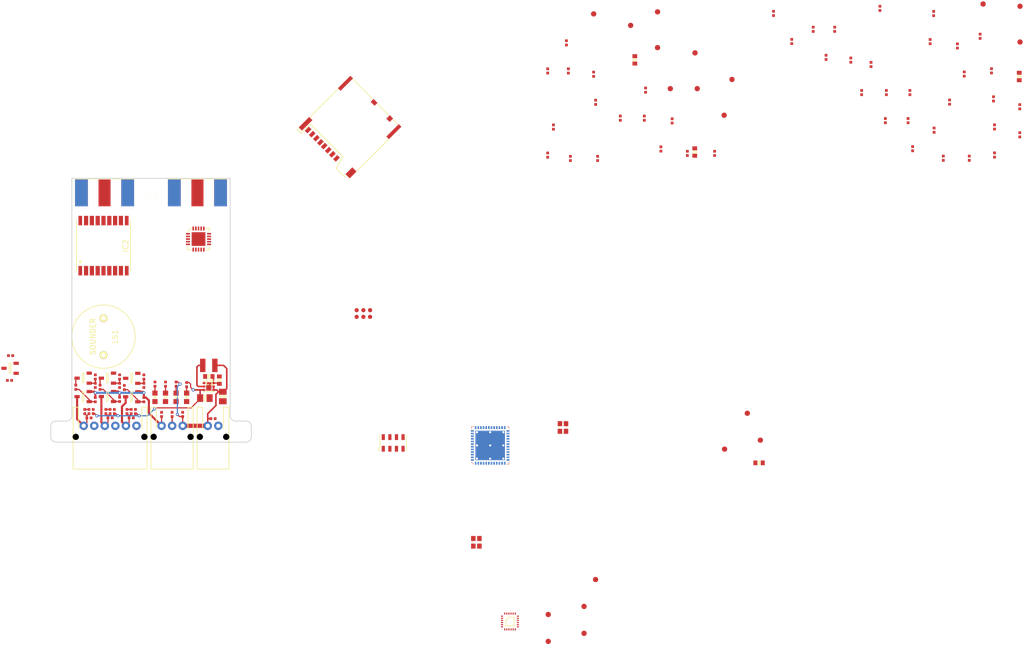
<source format=kicad_pcb>
(kicad_pcb (version 4) (host pcbnew 4.0.2-4+6225~38~ubuntu14.04.1-stable)
  (layers (0 F.Cu mixed) (1 In1.Cu signal) (2 In2.Cu signal) (31 B.Cu signal) (34 B.Paste user hide) (35 F.Paste user hide) (36 B.SilkS user) (37 F.SilkS user) (38 B.Mask user) (39 F.Mask user) (44 Edge.Cuts user))
  (net 0 "")
  (net 1 3v3)
  (net 2 GND)
  (net 3 /~RST)
  (net 4 VBATT)
  (net 5 /PYRO1_S)
  (net 6 /PYRO2_S)
  (net 7 /PYRO3_S)
  (net 8 "Net-(D1-Pad2)")
  (net 9 "Net-(D2-Pad2)")
  (net 10 "Net-(D3-Pad2)")
  (net 11 "Net-(D4-Pad2)")
  (net 12 /USART2_RX)
  (net 13 "Net-(FB1-Pad2)")
  (net 14 /USART2_TX)
  (net 15 "Net-(FB2-Pad2)")
  (net 16 "Net-(IC1-Pad3)")
  (net 17 "Net-(IC1-Pad5)")
  (net 18 /STAT_HBT)
  (net 19 /STAT_WRN)
  (net 20 /BEEPER)
  (net 21 /SPI4_MOSI)
  (net 22 /SDIO_CMD)
  (net 23 /SPI5_SCK)
  (net 24 /SPI5_NSS1)
  (net 25 /GPS_RST)
  (net 26 /nIRQ)
  (net 27 /SPI4_NSS1)
  (net 28 /SPI4_SCK)
  (net 29 /SD_CD)
  (net 30 /SDIO_CK)
  (net 31 /SDIO_D1)
  (net 32 /SDIO_D2)
  (net 33 /SPI5_MOSI)
  (net 34 /SPI4_MISO)
  (net 35 /SPI5_MISO)
  (net 36 /SWDIO)
  (net 37 /SWCLK)
  (net 38 /MPU_IRQ)
  (net 39 /PYRO1_F)
  (net 40 /SDIO_D0)
  (net 41 /SDIO_D3)
  (net 42 /PYRO2_F)
  (net 43 /PYRO3_F)
  (net 44 /I2C1_SCL)
  (net 45 /I2C1_SDA)
  (net 46 "Net-(IC5-Pad16)")
  (net 47 "Net-(IC5-Pad17)")
  (net 48 /PYRO1)
  (net 49 /PYRO_SO)
  (net 50 /PYRO2)
  (net 51 /PYRO3)
  (net 52 "Net-(LS1-Pad2)")
  (net 53 "Net-(P2-Pad1)")
  (net 54 "Net-(Q1-Pad1)")
  (net 55 "Net-(Q2-Pad1)")
  (net 56 "Net-(Q3-Pad1)")
  (net 57 "Net-(Q4-Pad1)")
  (net 58 "Net-(Q5-Pad1)")
  (net 59 "Net-(Q6-Pad1)")
  (net 60 "Net-(Q6-Pad3)")
  (net 61 "Net-(Q7-Pad1)")
  (net 62 "Net-(C21-Pad2)")
  (net 63 "Net-(C27-Pad1)")
  (net 64 "Net-(IC3-Pad6)")
  (net 65 "Net-(IC5-Pad7)")
  (net 66 "Net-(Q4-Pad3)")
  (net 67 "Net-(IC5-Pad19)")
  (net 68 "Net-(C15-Pad1)")
  (net 69 "Net-(C19-Pad2)")
  (net 70 "Net-(C22-Pad2)")
  (net 71 "Net-(C23-Pad2)")
  (net 72 "Net-(C24-Pad1)")
  (net 73 "Net-(C24-Pad2)")
  (net 74 "Net-(C25-Pad1)")
  (net 75 "Net-(C25-Pad2)")
  (net 76 "Net-(C28-Pad1)")
  (net 77 "Net-(IC2-Pad11)")
  (net 78 "Net-(IC2-Pad13)")
  (net 79 "Net-(IC2-Pad14)")
  (net 80 "Net-(IC2-Pad15)")
  (net 81 "Net-(IC2-Pad16)")
  (net 82 "Net-(IC2-Pad17)")
  (net 83 "Net-(IC2-Pad18)")
  (net 84 "Net-(IC2-Pad5)")
  (net 85 "Net-(IC2-Pad4)")
  (net 86 "Net-(IC3-Pad2)")
  (net 87 "Net-(IC3-Pad3)")
  (net 88 "Net-(IC3-Pad4)")
  (net 89 "Net-(IC3-Pad5)")
  (net 90 "Net-(IC3-Pad7)")
  (net 91 "Net-(IC3-Pad14)")
  (net 92 "Net-(IC3-Pad15)")
  (net 93 "Net-(IC3-Pad16)")
  (net 94 "Net-(IC3-Pad17)")
  (net 95 "Net-(IC3-Pad19)")
  (net 96 "Net-(IC3-Pad21)")
  (net 97 "Net-(IC4-Pad4)")
  (net 98 "Net-(IC4-Pad6)")
  (net 99 "Net-(IC5-Pad9)")
  (net 100 "Net-(IC5-Pad10)")
  (net 101 "Net-(IC5-Pad20)")
  (net 102 "Net-(IC6-Pad6)")
  (net 103 "Net-(P3-Pad6)")
  (net 104 "Net-(Q5-Pad3)")
  (net 105 "Net-(Q7-Pad3)")
  (net 106 "Net-(J3-Pad2)")
  (module agg:S02B-PASK-2 (layer F.Cu) (at 111.75 121.9 180)
    (fp_text reference J2)
    (fp_text value PWR)
    (pad "" np_thru_hole circle (at 2.5 -2.1 180) (size 1.2 1.2) (drill 1.2) (layers *.Mask))
    (pad "" np_thru_hole circle (at -2.5 -2.1 180) (size 1.2 1.2) (drill 1.2) (layers *.Mask))
    (pad 1 thru_hole circle (at 1 0 180) (size 1.6 1.6) (drill 0.8) (layers *.Cu *.Mask) (net 4 VBATT))
    (pad 2 thru_hole circle (at -1 0 180) (size 1.6 1.6) (drill 0.8) (layers *.Cu *.Mask) (net 2 GND))
  )
  (module agg:0402-L (layer F.Cu) (at 183.845476 55.255 270)
    (fp_text reference C1)
    (fp_text value 100nF)
    (pad 1 smd rect (at -0.4 0 270) (size 0.52 0.52) (layers F.Cu F.Paste F.Mask) (net 1 3v3))
    (pad 2 smd rect (at 0.4 0 270) (size 0.52 0.52) (layers F.Cu F.Paste F.Mask) (net 2 GND))
  )
  (module agg:0805 (layer F.Cu) (at 113.6 116.35 270)
    (fp_text reference C2)
    (fp_text value 10uF)
    (pad 1 smd rect (at -0.9 0 270) (size 1.15 1.45) (layers F.Cu F.Paste F.Mask) (net 4 VBATT))
    (pad 2 smd rect (at 0.9 0 270) (size 1.15 1.45) (layers F.Cu F.Paste F.Mask) (net 2 GND))
  )
  (module agg:0805 (layer F.Cu) (at 110.2 116.65)
    (fp_text reference C3)
    (fp_text value 10uF)
    (pad 1 smd rect (at -0.9 0) (size 1.15 1.45) (layers F.Cu F.Paste F.Mask) (net 1 3v3))
    (pad 2 smd rect (at 0.9 0) (size 1.15 1.45) (layers F.Cu F.Paste F.Mask) (net 2 GND))
  )
  (module agg:0402-L (layer F.Cu) (at 88.65 118.8)
    (fp_text reference C4)
    (fp_text value 100nF)
    (pad 1 smd rect (at -0.4 0) (size 0.52 0.52) (layers F.Cu F.Paste F.Mask) (net 5 /PYRO1_S))
    (pad 2 smd rect (at 0.4 0) (size 0.52 0.52) (layers F.Cu F.Paste F.Mask) (net 2 GND))
  )
  (module agg:0402-L (layer F.Cu) (at 92.65 118.8)
    (fp_text reference C5)
    (fp_text value 100nF)
    (pad 1 smd rect (at -0.4 0) (size 0.52 0.52) (layers F.Cu F.Paste F.Mask) (net 6 /PYRO2_S))
    (pad 2 smd rect (at 0.4 0) (size 0.52 0.52) (layers F.Cu F.Paste F.Mask) (net 2 GND))
  )
  (module agg:0402-L (layer F.Cu) (at 96.65 118.8)
    (fp_text reference C6)
    (fp_text value 100nF)
    (pad 1 smd rect (at -0.4 0) (size 0.52 0.52) (layers F.Cu F.Paste F.Mask) (net 7 /PYRO3_S))
    (pad 2 smd rect (at 0.4 0) (size 0.52 0.52) (layers F.Cu F.Paste F.Mask) (net 2 GND))
  )
  (module agg:0402-L (layer F.Cu) (at 193.453571 63.585 270)
    (fp_text reference C7)
    (fp_text value 4.7uF)
    (pad 1 smd rect (at -0.4 0 270) (size 0.52 0.52) (layers F.Cu F.Paste F.Mask) (net 1 3v3))
    (pad 2 smd rect (at 0.4 0 270) (size 0.52 0.52) (layers F.Cu F.Paste F.Mask) (net 2 GND))
  )
  (module agg:0402-L (layer F.Cu) (at 178.695476 49.305 270)
    (fp_text reference C8)
    (fp_text value 100nF)
    (pad 1 smd rect (at -0.4 0 270) (size 0.52 0.52) (layers F.Cu F.Paste F.Mask) (net 1 3v3))
    (pad 2 smd rect (at 0.4 0 270) (size 0.52 0.52) (layers F.Cu F.Paste F.Mask) (net 2 GND))
  )
  (module agg:0402-L (layer F.Cu) (at 201.605476 70.255 270)
    (fp_text reference C9)
    (fp_text value 100nF)
    (pad 1 smd rect (at -0.4 0 270) (size 0.52 0.52) (layers F.Cu F.Paste F.Mask) (net 1 3v3))
    (pad 2 smd rect (at 0.4 0 270) (size 0.52 0.52) (layers F.Cu F.Paste F.Mask) (net 2 GND))
  )
  (module agg:0402-L (layer F.Cu) (at 252.75807 49.895214 270)
    (fp_text reference C10)
    (fp_text value 100nF)
    (pad 1 smd rect (at -0.4 0 270) (size 0.52 0.52) (layers F.Cu F.Paste F.Mask) (net 1 3v3))
    (pad 2 smd rect (at 0.4 0 270) (size 0.52 0.52) (layers F.Cu F.Paste F.Mask) (net 2 GND))
  )
  (module agg:0402-L (layer F.Cu) (at 193.691666 58.265 270)
    (fp_text reference C11)
    (fp_text value 10nF)
    (pad 1 smd rect (at -0.4 0 270) (size 0.52 0.52) (layers F.Cu F.Paste F.Mask) (net 1 3v3))
    (pad 2 smd rect (at 0.4 0 270) (size 0.52 0.52) (layers F.Cu F.Paste F.Mask) (net 2 GND))
  )
  (module agg:0402-L (layer F.Cu) (at 206.765476 70.255 270)
    (fp_text reference C12)
    (fp_text value 100nF)
    (pad 1 smd rect (at -0.4 0 270) (size 0.52 0.52) (layers F.Cu F.Paste F.Mask) (net 1 3v3))
    (pad 2 smd rect (at 0.4 0 270) (size 0.52 0.52) (layers F.Cu F.Paste F.Mask) (net 2 GND))
  )
  (module agg:0402-L (layer F.Cu) (at 264.568069 61.415213 270)
    (fp_text reference C13)
    (fp_text value 100nF)
    (pad 1 smd rect (at -0.4 0 270) (size 0.52 0.52) (layers F.Cu F.Paste F.Mask) (net 1 3v3))
    (pad 2 smd rect (at 0.4 0 270) (size 0.52 0.52) (layers F.Cu F.Paste F.Mask) (net 2 GND))
  )
  (module agg:0402-L (layer F.Cu) (at 259.218069 54.605214 270)
    (fp_text reference C14)
    (fp_text value 100nF)
    (pad 1 smd rect (at -0.4 0 270) (size 0.52 0.52) (layers F.Cu F.Paste F.Mask) (net 1 3v3))
    (pad 2 smd rect (at 0.4 0 270) (size 0.52 0.52) (layers F.Cu F.Paste F.Mask) (net 2 GND))
  )
  (module agg:0402-L (layer F.Cu) (at 198.725476 64.105 270)
    (fp_text reference C15)
    (fp_text value 100nF)
    (pad 1 smd rect (at -0.4 0 270) (size 0.52 0.52) (layers F.Cu F.Paste F.Mask) (net 68 "Net-(C15-Pad1)"))
    (pad 2 smd rect (at 0.4 0 270) (size 0.52 0.52) (layers F.Cu F.Paste F.Mask) (net 2 GND))
  )
  (module agg:0603-L (layer F.Cu) (at 191.652619 52.53 270)
    (fp_text reference C16)
    (fp_text value 1uF)
    (pad 1 smd rect (at -0.7 0 270) (size 0.75 0.9) (layers F.Cu F.Paste F.Mask) (net 1 3v3))
    (pad 2 smd rect (at 0.7 0 270) (size 0.75 0.9) (layers F.Cu F.Paste F.Mask) (net 2 GND))
  )
  (module agg:0402-L (layer F.Cu) (at 227.878068 52.055215 270)
    (fp_text reference C17)
    (fp_text value 100nF)
    (pad 1 smd rect (at -0.4 0 270) (size 0.52 0.52) (layers F.Cu F.Paste F.Mask) (net 1 3v3))
    (pad 2 smd rect (at 0.4 0 270) (size 0.52 0.52) (layers F.Cu F.Paste F.Mask) (net 2 GND))
  )
  (module agg:0402-L (layer F.Cu) (at 243.418069 64.045214 270)
    (fp_text reference C18)
    (fp_text value 100nF)
    (pad 1 smd rect (at -0.4 0 270) (size 0.52 0.52) (layers F.Cu F.Paste F.Mask) (net 1 3v3))
    (pad 2 smd rect (at 0.4 0 270) (size 0.52 0.52) (layers F.Cu F.Paste F.Mask) (net 2 GND))
  )
  (module agg:0402-L (layer F.Cu) (at 243.756163 58.725215 270)
    (fp_text reference C19)
    (fp_text value 4.7uF)
    (pad 1 smd rect (at -0.4 0 270) (size 0.52 0.52) (layers F.Cu F.Paste F.Mask) (net 2 GND))
    (pad 2 smd rect (at 0.4 0 270) (size 0.52 0.52) (layers F.Cu F.Paste F.Mask) (net 69 "Net-(C19-Pad2)"))
  )
  (module agg:0402-L (layer F.Cu) (at 184.605476 71.214999 270)
    (fp_text reference C20)
    (fp_text value 100nF)
    (pad 1 smd rect (at -0.4 0 270) (size 0.52 0.52) (layers F.Cu F.Paste F.Mask) (net 3 /~RST))
    (pad 2 smd rect (at 0.4 0 270) (size 0.52 0.52) (layers F.Cu F.Paste F.Mask) (net 2 GND))
  )
  (module agg:0402-L (layer F.Cu) (at 229.515212 46.735214 270)
    (fp_text reference C21)
    (fp_text value 8pF)
    (pad 1 smd rect (at -0.4 0 270) (size 0.52 0.52) (layers F.Cu F.Paste F.Mask) (net 2 GND))
    (pad 2 smd rect (at 0.4 0 270) (size 0.52 0.52) (layers F.Cu F.Paste F.Mask) (net 62 "Net-(C21-Pad2)"))
  )
  (module agg:0402-L (layer F.Cu) (at 236.395212 53.405215 270)
    (fp_text reference C22)
    (fp_text value 8pF)
    (pad 1 smd rect (at -0.4 0 270) (size 0.52 0.52) (layers F.Cu F.Paste F.Mask) (net 2 GND))
    (pad 2 smd rect (at 0.4 0 270) (size 0.52 0.52) (layers F.Cu F.Paste F.Mask) (net 70 "Net-(C22-Pad2)"))
  )
  (module agg:0402-L (layer F.Cu) (at 248.346165 65.855215 270)
    (fp_text reference C23)
    (fp_text value 5.1pF)
    (pad 1 smd rect (at -0.4 0 270) (size 0.52 0.52) (layers F.Cu F.Paste F.Mask) (net 2 GND))
    (pad 2 smd rect (at 0.4 0 270) (size 0.52 0.52) (layers F.Cu F.Paste F.Mask) (net 71 "Net-(C23-Pad2)"))
  )
  (module agg:0402-L (layer F.Cu) (at 176.233571 65.265 270)
    (fp_text reference C24)
    (fp_text value 2.7pF)
    (pad 1 smd rect (at -0.4 0 270) (size 0.52 0.52) (layers F.Cu F.Paste F.Mask) (net 72 "Net-(C24-Pad1)"))
    (pad 2 smd rect (at 0.4 0 270) (size 0.52 0.52) (layers F.Cu F.Paste F.Mask) (net 73 "Net-(C24-Pad2)"))
  )
  (module agg:0402-L (layer F.Cu) (at 239.304259 58.725215 270)
    (fp_text reference C25)
    (fp_text value 18pF)
    (pad 1 smd rect (at -0.4 0 270) (size 0.52 0.52) (layers F.Cu F.Paste F.Mask) (net 74 "Net-(C25-Pad1)"))
    (pad 2 smd rect (at 0.4 0 270) (size 0.52 0.52) (layers F.Cu F.Paste F.Mask) (net 75 "Net-(C25-Pad2)"))
  )
  (module agg:0402-L (layer F.Cu) (at 225.446164 46.735215 270)
    (fp_text reference C26)
    (fp_text value 8.2pF)
    (pad 1 smd rect (at -0.4 0 270) (size 0.52 0.52) (layers F.Cu F.Paste F.Mask) (net 73 "Net-(C24-Pad2)"))
    (pad 2 smd rect (at 0.4 0 270) (size 0.52 0.52) (layers F.Cu F.Paste F.Mask) (net 2 GND))
  )
  (module agg:0402-L (layer F.Cu) (at 232.564259 52.575213 270)
    (fp_text reference C27)
    (fp_text value 15pF)
    (pad 1 smd rect (at -0.4 0 270) (size 0.52 0.52) (layers F.Cu F.Paste F.Mask) (net 63 "Net-(C27-Pad1)"))
    (pad 2 smd rect (at 0.4 0 270) (size 0.52 0.52) (layers F.Cu F.Paste F.Mask) (net 2 GND))
  )
  (module agg:0402-L (layer F.Cu) (at 250.086164 71.175215 270)
    (fp_text reference C28)
    (fp_text value 8.2pF)
    (pad 1 smd rect (at -0.4 0 270) (size 0.52 0.52) (layers F.Cu F.Paste F.Mask) (net 76 "Net-(C28-Pad1)"))
    (pad 2 smd rect (at 0.4 0 270) (size 0.52 0.52) (layers F.Cu F.Paste F.Mask) (net 2 GND))
  )
  (module agg:0402-L (layer F.Cu) (at 179.445476 71.214999 270)
    (fp_text reference C29)
    (fp_text value 100nF)
    (pad 1 smd rect (at -0.4 0 270) (size 0.52 0.52) (layers F.Cu F.Paste F.Mask) (net 1 3v3))
    (pad 2 smd rect (at 0.4 0 270) (size 0.52 0.52) (layers F.Cu F.Paste F.Mask) (net 2 GND))
  )
  (module agg:0402-L (layer F.Cu) (at 255.008069 71.175215 270)
    (fp_text reference C30)
    (fp_text value 100nF)
    (pad 1 smd rect (at -0.4 0 270) (size 0.52 0.52) (layers F.Cu F.Paste F.Mask) (net 1 3v3))
    (pad 2 smd rect (at 0.4 0 270) (size 0.52 0.52) (layers F.Cu F.Paste F.Mask) (net 2 GND))
  )
  (module agg:0402-L (layer F.Cu) (at 234.618068 58.725215 270)
    (fp_text reference C31)
    (fp_text value 100nF)
    (pad 1 smd rect (at -0.4 0 270) (size 0.52 0.52) (layers F.Cu F.Paste F.Mask) (net 1 3v3))
    (pad 2 smd rect (at 0.4 0 270) (size 0.52 0.52) (layers F.Cu F.Paste F.Mask) (net 2 GND))
  )
  (module agg:0603-L (layer F.Cu) (at 203 70 270)
    (fp_text reference C32)
    (fp_text value 2.2uF)
    (pad 1 smd rect (at -0.7 0 270) (size 0.75 0.9) (layers F.Cu F.Paste F.Mask) (net 1 3v3))
    (pad 2 smd rect (at 0.7 0 270) (size 0.75 0.9) (layers F.Cu F.Paste F.Mask) (net 2 GND))
  )
  (module agg:0603-L (layer F.Cu) (at 215.19 128.927381)
    (fp_text reference C33)
    (fp_text value 1uF)
    (pad 1 smd rect (at -0.7 0) (size 0.75 0.9) (layers F.Cu F.Paste F.Mask) (net 1 3v3))
    (pad 2 smd rect (at 0.7 0) (size 0.75 0.9) (layers F.Cu F.Paste F.Mask) (net 2 GND))
  )
  (module agg:0402-L (layer F.Cu) (at 248.258068 43.745215 270)
    (fp_text reference C34)
    (fp_text value 100nF)
    (pad 1 smd rect (at -0.4 0 270) (size 0.52 0.52) (layers F.Cu F.Paste F.Mask) (net 1 3v3))
    (pad 2 smd rect (at 0.4 0 270) (size 0.52 0.52) (layers F.Cu F.Paste F.Mask) (net 2 GND))
  )
  (module agg:0402-L (layer F.Cu) (at 264.568069 66.735213 270)
    (fp_text reference C35)
    (fp_text value 100pF)
    (pad 1 smd rect (at -0.4 0 270) (size 0.52 0.52) (layers F.Cu F.Paste F.Mask) (net 1 3v3))
    (pad 2 smd rect (at 0.4 0 270) (size 0.52 0.52) (layers F.Cu F.Paste F.Mask) (net 2 GND))
  )
  (module agg:0402-L (layer F.Cu) (at 247.59807 49.065215 270)
    (fp_text reference C36)
    (fp_text value 220pF)
    (pad 1 smd rect (at -0.4 0 270) (size 0.52 0.52) (layers F.Cu F.Paste F.Mask) (net 1 3v3))
    (pad 2 smd rect (at 0.4 0 270) (size 0.52 0.52) (layers F.Cu F.Paste F.Mask) (net 2 GND))
  )
  (module agg:0402-L (layer F.Cu) (at 254.058068 55.215215 270)
    (fp_text reference C37)
    (fp_text value 100nF)
    (pad 1 smd rect (at -0.4 0 270) (size 0.52 0.52) (layers F.Cu F.Paste F.Mask) (net 1 3v3))
    (pad 2 smd rect (at 0.4 0 270) (size 0.52 0.52) (layers F.Cu F.Paste F.Mask) (net 2 GND))
  )
  (module agg:0603-LED (layer F.Cu) (at 106.75 116.5 90)
    (fp_text reference D1)
    (fp_text value LED)
    (pad 1 smd rect (at -0.8 0 90) (size 0.95 1) (layers F.Cu F.Paste F.Mask) (net 2 GND))
    (pad 2 smd rect (at 0.8 0 90) (size 0.95 1) (layers F.Cu F.Paste F.Mask) (net 8 "Net-(D1-Pad2)"))
  )
  (module agg:0603-LED (layer F.Cu) (at 104.75 116.5 90)
    (fp_text reference D2)
    (fp_text value LED)
    (pad 1 smd rect (at -0.8 0 90) (size 0.95 1) (layers F.Cu F.Paste F.Mask) (net 2 GND))
    (pad 2 smd rect (at 0.8 0 90) (size 0.95 1) (layers F.Cu F.Paste F.Mask) (net 9 "Net-(D2-Pad2)"))
  )
  (module agg:0603-LED (layer F.Cu) (at 102.75 116.5 90)
    (fp_text reference D3)
    (fp_text value LED)
    (pad 1 smd rect (at -0.8 0 90) (size 0.95 1) (layers F.Cu F.Paste F.Mask) (net 2 GND))
    (pad 2 smd rect (at 0.8 0 90) (size 0.95 1) (layers F.Cu F.Paste F.Mask) (net 10 "Net-(D3-Pad2)"))
  )
  (module agg:0603-LED (layer F.Cu) (at 100.75 116.5 90)
    (fp_text reference D4)
    (fp_text value LED)
    (pad 1 smd rect (at -0.8 0 90) (size 0.95 1) (layers F.Cu F.Paste F.Mask) (net 2 GND))
    (pad 2 smd rect (at 0.8 0 90) (size 0.95 1) (layers F.Cu F.Paste F.Mask) (net 11 "Net-(D4-Pad2)"))
  )
  (module agg:0402-L (layer F.Cu) (at 196.588333 69.425 270)
    (fp_text reference FB1)
    (fp_text value 1.25R)
    (pad 1 smd rect (at -0.4 0 270) (size 0.52 0.52) (layers F.Cu F.Paste F.Mask) (net 12 /USART2_RX))
    (pad 2 smd rect (at 0.4 0 270) (size 0.52 0.52) (layers F.Cu F.Paste F.Mask) (net 13 "Net-(FB1-Pad2)"))
  )
  (module agg:0402-L (layer F.Cu) (at 238.080927 42.765216 270)
    (fp_text reference FB2)
    (fp_text value 1.25R)
    (pad 1 smd rect (at -0.4 0 270) (size 0.52 0.52) (layers F.Cu F.Paste F.Mask) (net 14 /USART2_TX))
    (pad 2 smd rect (at 0.4 0 270) (size 0.52 0.52) (layers F.Cu F.Paste F.Mask) (net 15 "Net-(FB2-Pad2)"))
  )
  (module agg:LFCSP-2x2 (layer F.Cu) (at 110.95 114.45 180)
    (fp_text reference IC1)
    (fp_text value ADP1607)
    (pad 7 smd rect (at 0 0 180) (size 1 1.6) (layers F.Cu F.Paste F.Mask) (net 2 GND))
    (pad 1 smd rect (at -0.9 -0.65 180) (size 0.5 0.4) (layers F.Cu F.Paste F.Mask) (net 4 VBATT))
    (pad 2 smd rect (at -0.9 0 180) (size 0.5 0.4) (layers F.Cu F.Paste F.Mask) (net 4 VBATT))
    (pad 3 smd rect (at -0.9 0.65 180) (size 0.5 0.4) (layers F.Cu F.Paste F.Mask) (net 16 "Net-(IC1-Pad3)"))
    (pad 4 smd rect (at 0.9 0.65 180) (size 0.5 0.4) (layers F.Cu F.Paste F.Mask) (net 2 GND))
    (pad 5 smd rect (at 0.9 0 180) (size 0.5 0.4) (layers F.Cu F.Paste F.Mask) (net 17 "Net-(IC1-Pad5)"))
    (pad 6 smd rect (at 0.9 -0.65 180) (size 0.5 0.4) (layers F.Cu F.Paste F.Mask) (net 1 3v3))
  )
  (module Library:MAX-7Q (layer F.Cu) (at 95.4 83 270)
    (fp_text reference IC2 (at 4.8 0.2 270) (layer F.SilkS))
    (fp_text value MAX-8Q hide)
    (pad 10 smd rect (at 0 0 270) (size 1.8 0.7) (layers F.Cu F.Paste F.Mask) (net 2 GND))
    (pad 11 smd rect (at 0 1.1 270) (size 1.8 0.8) (layers F.Cu F.Paste F.Mask) (net 77 "Net-(IC2-Pad11)"))
    (pad 12 smd rect (at 0 2.2 270) (size 1.8 0.8) (layers F.Cu F.Paste F.Mask) (net 2 GND))
    (pad 13 smd rect (at 0 3.3 270) (size 1.8 0.8) (layers F.Cu F.Paste F.Mask) (net 78 "Net-(IC2-Pad13)"))
    (pad 14 smd rect (at 0 4.4 270) (size 1.8 0.8) (layers F.Cu F.Paste F.Mask) (net 79 "Net-(IC2-Pad14)"))
    (pad 15 smd rect (at 0 5.5 270) (size 1.8 0.8) (layers F.Cu F.Paste F.Mask) (net 80 "Net-(IC2-Pad15)"))
    (pad 16 smd rect (at 0 6.6 270) (size 1.8 0.8) (layers F.Cu F.Paste F.Mask) (net 81 "Net-(IC2-Pad16)"))
    (pad 17 smd rect (at 0 7.7 270) (size 1.8 0.8) (layers F.Cu F.Paste F.Mask) (net 82 "Net-(IC2-Pad17)"))
    (pad 18 smd rect (at 0 8.8 270) (size 1.8 0.7) (layers F.Cu F.Paste F.Mask) (net 83 "Net-(IC2-Pad18)"))
    (pad 9 smd rect (at 9.5 0 270) (size 1.8 0.7) (layers F.Cu F.Paste F.Mask) (net 25 /GPS_RST))
    (pad 1 smd rect (at 9.5 8.8 270) (size 1.8 0.7) (layers F.Cu F.Paste F.Mask) (net 2 GND))
    (pad 8 smd rect (at 9.5 1.1 270) (size 1.8 0.8) (layers F.Cu F.Paste F.Mask) (net 1 3v3))
    (pad 7 smd rect (at 9.5 2.2 270) (size 1.8 0.8) (layers F.Cu F.Paste F.Mask) (net 1 3v3))
    (pad 6 smd rect (at 9.5 3.3 270) (size 1.8 0.8) (layers F.Cu F.Paste F.Mask) (net 1 3v3))
    (pad 5 smd rect (at 9.5 4.4 270) (size 1.8 0.8) (layers F.Cu F.Paste F.Mask) (net 84 "Net-(IC2-Pad5)"))
    (pad 4 smd rect (at 9.5 5.5 270) (size 1.8 0.8) (layers F.Cu F.Paste F.Mask) (net 85 "Net-(IC2-Pad4)"))
    (pad 3 smd rect (at 9.5 6.6 270) (size 1.8 0.8) (layers F.Cu F.Paste F.Mask) (net 15 "Net-(FB2-Pad2)"))
    (pad 2 smd rect (at 9.5 7.7 270) (size 1.8 0.8) (layers F.Cu F.Paste F.Mask) (net 13 "Net-(FB1-Pad2)"))
  )
  (module agg:QFN-24-MPU9250 (layer F.Cu) (at 168 159)
    (fp_text reference IC3)
    (fp_text value MPU-9250)
    (pad 1 smd rect (at -1.5 -1) (size 0.4 0.2) (layers F.Cu F.Paste F.Mask) (net 1 3v3))
    (pad 2 smd rect (at -1.5 -0.6) (size 0.4 0.2) (layers F.Cu F.Paste F.Mask) (net 86 "Net-(IC3-Pad2)"))
    (pad 3 smd rect (at -1.5 -0.2) (size 0.4 0.2) (layers F.Cu F.Paste F.Mask) (net 87 "Net-(IC3-Pad3)"))
    (pad 4 smd rect (at -1.5 0.2) (size 0.4 0.2) (layers F.Cu F.Paste F.Mask) (net 88 "Net-(IC3-Pad4)"))
    (pad 5 smd rect (at -1.5 0.6) (size 0.4 0.2) (layers F.Cu F.Paste F.Mask) (net 89 "Net-(IC3-Pad5)"))
    (pad 6 smd rect (at -1.5 1) (size 0.4 0.2) (layers F.Cu F.Paste F.Mask) (net 64 "Net-(IC3-Pad6)"))
    (pad 7 smd rect (at -1 1.5) (size 0.2 0.4) (layers F.Cu F.Paste F.Mask) (net 90 "Net-(IC3-Pad7)"))
    (pad 8 smd rect (at -0.6 1.5) (size 0.2 0.4) (layers F.Cu F.Paste F.Mask) (net 1 3v3))
    (pad 9 smd rect (at -0.2 1.5) (size 0.2 0.4) (layers F.Cu F.Paste F.Mask) (net 35 /SPI5_MISO))
    (pad 10 smd rect (at 0.2 1.5) (size 0.2 0.4) (layers F.Cu F.Paste F.Mask) (net 68 "Net-(C15-Pad1)"))
    (pad 11 smd rect (at 0.6 1.5) (size 0.2 0.4) (layers F.Cu F.Paste F.Mask) (net 2 GND))
    (pad 12 smd rect (at 1 1.5) (size 0.2 0.4) (layers F.Cu F.Paste F.Mask) (net 38 /MPU_IRQ))
    (pad 13 smd rect (at 1.5 1) (size 0.4 0.2) (layers F.Cu F.Paste F.Mask) (net 1 3v3))
    (pad 14 smd rect (at 1.5 0.6) (size 0.4 0.2) (layers F.Cu F.Paste F.Mask) (net 91 "Net-(IC3-Pad14)"))
    (pad 15 smd rect (at 1.5 0.2) (size 0.4 0.2) (layers F.Cu F.Paste F.Mask) (net 92 "Net-(IC3-Pad15)"))
    (pad 16 smd rect (at 1.5 -0.2) (size 0.4 0.2) (layers F.Cu F.Paste F.Mask) (net 93 "Net-(IC3-Pad16)"))
    (pad 17 smd rect (at 1.5 -0.6) (size 0.4 0.2) (layers F.Cu F.Paste F.Mask) (net 94 "Net-(IC3-Pad17)"))
    (pad 18 smd rect (at 1.5 -1) (size 0.4 0.2) (layers F.Cu F.Paste F.Mask) (net 2 GND))
    (pad 19 smd rect (at 1 -1.5) (size 0.2 0.4) (layers F.Cu F.Paste F.Mask) (net 95 "Net-(IC3-Pad19)"))
    (pad 20 smd rect (at 0.6 -1.5) (size 0.2 0.4) (layers F.Cu F.Paste F.Mask) (net 2 GND))
    (pad 21 smd rect (at 0.2 -1.5) (size 0.2 0.4) (layers F.Cu F.Paste F.Mask) (net 96 "Net-(IC3-Pad21)"))
    (pad 22 smd rect (at -0.2 -1.5) (size 0.2 0.4) (layers F.Cu F.Paste F.Mask) (net 24 /SPI5_NSS1))
    (pad 23 smd rect (at -0.6 -1.5) (size 0.2 0.4) (layers F.Cu F.Paste F.Mask) (net 23 /SPI5_SCK))
    (pad 24 smd rect (at -1 -1.5) (size 0.2 0.4) (layers F.Cu F.Paste F.Mask) (net 33 /SPI5_MOSI))
  )
  (module agg:QFN-48-EP-ST (layer B.Cu) (at 164.25 125.625)
    (fp_text reference IC4)
    (fp_text value STM32F411CxUx)
    (pad 1 smd rect (at -3.375 2.75) (size 0.55 0.3) (layers B.Cu B.Paste B.Mask) (net 1 3v3))
    (pad 2 smd rect (at -3.375 2.25) (size 0.55 0.3) (layers B.Cu B.Paste B.Mask) (net 19 /STAT_WRN))
    (pad 3 smd rect (at -3.375 1.75) (size 0.55 0.3) (layers B.Cu B.Paste B.Mask) (net 18 /STAT_HBT))
    (pad 4 smd rect (at -3.375 1.25) (size 0.55 0.3) (layers B.Cu B.Paste B.Mask) (net 97 "Net-(IC4-Pad4)"))
    (pad 5 smd rect (at -3.375 0.75) (size 0.55 0.3) (layers B.Cu B.Paste B.Mask) (net 62 "Net-(C21-Pad2)"))
    (pad 6 smd rect (at -3.375 0.25) (size 0.55 0.3) (layers B.Cu B.Paste B.Mask) (net 98 "Net-(IC4-Pad6)"))
    (pad 7 smd rect (at -3.375 -0.25) (size 0.55 0.3) (layers B.Cu B.Paste B.Mask) (net 3 /~RST))
    (pad 8 smd rect (at -3.375 -0.75) (size 0.55 0.3) (layers B.Cu B.Paste B.Mask) (net 2 GND))
    (pad 9 smd rect (at -3.375 -1.25) (size 0.55 0.3) (layers B.Cu B.Paste B.Mask) (net 1 3v3))
    (pad 10 smd rect (at -3.375 -1.75) (size 0.55 0.3) (layers B.Cu B.Paste B.Mask) (net 20 /BEEPER))
    (pad 11 smd rect (at -3.375 -2.25) (size 0.55 0.3) (layers B.Cu B.Paste B.Mask) (net 21 /SPI4_MOSI))
    (pad 12 smd rect (at -3.375 -2.75) (size 0.55 0.3) (layers B.Cu B.Paste B.Mask) (net 14 /USART2_TX))
    (pad 13 smd rect (at -2.75 -3.375) (size 0.3 0.55) (layers B.Cu B.Paste B.Mask) (net 12 /USART2_RX))
    (pad 14 smd rect (at -2.25 -3.375) (size 0.3 0.55) (layers B.Cu B.Paste B.Mask) (net 5 /PYRO1_S))
    (pad 15 smd rect (at -1.75 -3.375) (size 0.3 0.55) (layers B.Cu B.Paste B.Mask) (net 6 /PYRO2_S))
    (pad 16 smd rect (at -1.25 -3.375) (size 0.3 0.55) (layers B.Cu B.Paste B.Mask) (net 22 /SDIO_CMD))
    (pad 17 smd rect (at -0.75 -3.375) (size 0.3 0.55) (layers B.Cu B.Paste B.Mask) (net 7 /PYRO3_S))
    (pad 18 smd rect (at -0.25 -3.375) (size 0.3 0.55) (layers B.Cu B.Paste B.Mask) (net 23 /SPI5_SCK))
    (pad 19 smd rect (at 0.25 -3.375) (size 0.3 0.55) (layers B.Cu B.Paste B.Mask) (net 24 /SPI5_NSS1))
    (pad 20 smd rect (at 0.75 -3.375) (size 0.3 0.55) (layers B.Cu B.Paste B.Mask) (net 25 /GPS_RST))
    (pad 21 smd rect (at 1.25 -3.375) (size 0.3 0.55) (layers B.Cu B.Paste B.Mask) (net 26 /nIRQ))
    (pad 22 smd rect (at 1.75 -3.375) (size 0.3 0.55) (layers B.Cu B.Paste B.Mask) (net 69 "Net-(C19-Pad2)"))
    (pad 23 smd rect (at 2.25 -3.375) (size 0.3 0.55) (layers B.Cu B.Paste B.Mask) (net 2 GND))
    (pad 24 smd rect (at 2.75 -3.375) (size 0.3 0.55) (layers B.Cu B.Paste B.Mask) (net 1 3v3))
    (pad 25 smd rect (at 3.375 -2.75) (size 0.55 0.3) (layers B.Cu B.Paste B.Mask) (net 27 /SPI4_NSS1))
    (pad 26 smd rect (at 3.375 -2.25) (size 0.55 0.3) (layers B.Cu B.Paste B.Mask) (net 28 /SPI4_SCK))
    (pad 27 smd rect (at 3.375 -1.75) (size 0.55 0.3) (layers B.Cu B.Paste B.Mask) (net 29 /SD_CD))
    (pad 28 smd rect (at 3.375 -1.25) (size 0.55 0.3) (layers B.Cu B.Paste B.Mask) (net 30 /SDIO_CK))
    (pad 29 smd rect (at 3.375 -0.75) (size 0.55 0.3) (layers B.Cu B.Paste B.Mask) (net 31 /SDIO_D1))
    (pad 30 smd rect (at 3.375 -0.25) (size 0.55 0.3) (layers B.Cu B.Paste B.Mask) (net 32 /SDIO_D2))
    (pad 31 smd rect (at 3.375 0.25) (size 0.55 0.3) (layers B.Cu B.Paste B.Mask) (net 33 /SPI5_MOSI))
    (pad 32 smd rect (at 3.375 0.75) (size 0.55 0.3) (layers B.Cu B.Paste B.Mask) (net 34 /SPI4_MISO))
    (pad 33 smd rect (at 3.375 1.25) (size 0.55 0.3) (layers B.Cu B.Paste B.Mask) (net 35 /SPI5_MISO))
    (pad 34 smd rect (at 3.375 1.75) (size 0.55 0.3) (layers B.Cu B.Paste B.Mask) (net 36 /SWDIO))
    (pad 35 smd rect (at 3.375 2.25) (size 0.55 0.3) (layers B.Cu B.Paste B.Mask) (net 2 GND))
    (pad 36 smd rect (at 3.375 2.75) (size 0.55 0.3) (layers B.Cu B.Paste B.Mask) (net 1 3v3))
    (pad 37 smd rect (at 2.75 3.375) (size 0.3 0.55) (layers B.Cu B.Paste B.Mask) (net 37 /SWCLK))
    (pad 38 smd rect (at 2.25 3.375) (size 0.3 0.55) (layers B.Cu B.Paste B.Mask) (net 38 /MPU_IRQ))
    (pad 39 smd rect (at 1.75 3.375) (size 0.3 0.55) (layers B.Cu B.Paste B.Mask) (net 39 /PYRO1_F))
    (pad 40 smd rect (at 1.25 3.375) (size 0.3 0.55) (layers B.Cu B.Paste B.Mask) (net 40 /SDIO_D0))
    (pad 41 smd rect (at 0.75 3.375) (size 0.3 0.55) (layers B.Cu B.Paste B.Mask) (net 41 /SDIO_D3))
    (pad 42 smd rect (at 0.25 3.375) (size 0.3 0.55) (layers B.Cu B.Paste B.Mask) (net 42 /PYRO2_F))
    (pad 43 smd rect (at -0.25 3.375) (size 0.3 0.55) (layers B.Cu B.Paste B.Mask) (net 43 /PYRO3_F))
    (pad 44 smd rect (at -0.75 3.375) (size 0.3 0.55) (layers B.Cu B.Paste B.Mask) (net 2 GND))
    (pad 45 smd rect (at -1.25 3.375) (size 0.3 0.55) (layers B.Cu B.Paste B.Mask) (net 44 /I2C1_SCL))
    (pad 46 smd rect (at -1.75 3.375) (size 0.3 0.55) (layers B.Cu B.Paste B.Mask) (net 45 /I2C1_SDA))
    (pad 47 smd rect (at -2.25 3.375) (size 0.3 0.55) (layers B.Cu B.Paste B.Mask) (net 2 GND))
    (pad 48 smd rect (at -2.75 3.375) (size 0.3 0.55) (layers B.Cu B.Paste B.Mask) (net 1 3v3))
    (pad EP smd rect (at -1.25 1.25) (size 2 2) (layers B.Cu B.Mask) (net 2 GND))
    (pad EP smd rect (at -1.25 -1.25) (size 2 2) (layers B.Cu B.Mask) (net 2 GND))
    (pad EP smd rect (at 1.25 1.25) (size 2 2) (layers B.Cu B.Mask) (net 2 GND))
    (pad EP smd rect (at 1.25 -1.25) (size 2 2) (layers B.Cu B.Mask) (net 2 GND))
    (pad EP smd rect (at -1.25 1.25) (size 1 1) (layers B.Cu B.Paste) (net 2 GND))
    (pad EP smd rect (at -1.25 -1.25) (size 1 1) (layers B.Cu B.Paste) (net 2 GND))
    (pad EP smd rect (at 1.25 1.25) (size 1 1) (layers B.Cu B.Paste) (net 2 GND))
    (pad EP smd rect (at 1.25 -1.25) (size 1 1) (layers B.Cu B.Paste) (net 2 GND))
    (pad EP thru_hole circle (at -2.5 2.5) (size 0.6 0.6) (drill 0.4) (layers *.Cu) (net 2 GND))
    (pad EP thru_hole circle (at -2.5 0) (size 0.6 0.6) (drill 0.4) (layers *.Cu) (net 2 GND))
    (pad EP thru_hole circle (at -2.5 -2.5) (size 0.6 0.6) (drill 0.4) (layers *.Cu) (net 2 GND))
    (pad EP thru_hole circle (at 0 2.5) (size 0.6 0.6) (drill 0.4) (layers *.Cu) (net 2 GND))
    (pad EP thru_hole circle (at 0 0) (size 0.6 0.6) (drill 0.4) (layers *.Cu) (net 2 GND))
    (pad EP thru_hole circle (at 0 -2.5) (size 0.6 0.6) (drill 0.4) (layers *.Cu) (net 2 GND))
    (pad EP thru_hole circle (at 2.5 2.5) (size 0.6 0.6) (drill 0.4) (layers *.Cu) (net 2 GND))
    (pad EP thru_hole circle (at 2.5 0) (size 0.6 0.6) (drill 0.4) (layers *.Cu) (net 2 GND))
    (pad EP thru_hole circle (at 2.5 -2.5) (size 0.6 0.6) (drill 0.4) (layers *.Cu) (net 2 GND))
    (pad EP smd rect (at 0 0) (size 5.6 5.6) (layers B.Cu) (net 2 GND))
  )
  (module agg:QFN-20-EP-SI (layer F.Cu) (at 109 86.5)
    (fp_text reference IC5)
    (fp_text value Si4460)
    (pad 1 smd rect (at -2 -1) (size 0.75 0.3) (layers F.Cu F.Paste F.Mask) (net 2 GND))
    (pad 2 smd rect (at -2 -0.5) (size 0.75 0.3) (layers F.Cu F.Paste F.Mask) (net 71 "Net-(C23-Pad2)"))
    (pad 3 smd rect (at -2 0) (size 0.75 0.3) (layers F.Cu F.Paste F.Mask) (net 72 "Net-(C24-Pad1)"))
    (pad 4 smd rect (at -2 0.5) (size 0.75 0.3) (layers F.Cu F.Paste F.Mask) (net 74 "Net-(C25-Pad1)"))
    (pad 5 smd rect (at -2 1) (size 0.75 0.3) (layers F.Cu F.Paste F.Mask) (net 2 GND))
    (pad 6 smd rect (at -1 2) (size 0.3 0.75) (layers F.Cu F.Paste F.Mask) (net 1 3v3))
    (pad 7 smd rect (at -0.5 2) (size 0.3 0.75) (layers F.Cu F.Paste F.Mask) (net 65 "Net-(IC5-Pad7)"))
    (pad 8 smd rect (at 0 2) (size 0.3 0.75) (layers F.Cu F.Paste F.Mask) (net 1 3v3))
    (pad 9 smd rect (at 0.5 2) (size 0.3 0.75) (layers F.Cu F.Paste F.Mask) (net 99 "Net-(IC5-Pad9)"))
    (pad 10 smd rect (at 1 2) (size 0.3 0.75) (layers F.Cu F.Paste F.Mask) (net 100 "Net-(IC5-Pad10)"))
    (pad 11 smd rect (at 2 1) (size 0.75 0.3) (layers F.Cu F.Paste F.Mask) (net 26 /nIRQ))
    (pad 12 smd rect (at 2 0.5) (size 0.75 0.3) (layers F.Cu F.Paste F.Mask) (net 28 /SPI4_SCK))
    (pad 13 smd rect (at 2 0) (size 0.75 0.3) (layers F.Cu F.Paste F.Mask) (net 34 /SPI4_MISO))
    (pad 14 smd rect (at 2 -0.5) (size 0.75 0.3) (layers F.Cu F.Paste F.Mask) (net 21 /SPI4_MOSI))
    (pad 15 smd rect (at 2 -1) (size 0.75 0.3) (layers F.Cu F.Paste F.Mask) (net 27 /SPI4_NSS1))
    (pad 16 smd rect (at 1 -2) (size 0.3 0.75) (layers F.Cu F.Paste F.Mask) (net 46 "Net-(IC5-Pad16)"))
    (pad 17 smd rect (at 0.5 -2) (size 0.3 0.75) (layers F.Cu F.Paste F.Mask) (net 47 "Net-(IC5-Pad17)"))
    (pad 18 smd rect (at 0 -2) (size 0.3 0.75) (layers F.Cu F.Paste F.Mask) (net 2 GND))
    (pad 19 smd rect (at -0.5 -2) (size 0.3 0.75) (layers F.Cu F.Paste F.Mask) (net 67 "Net-(IC5-Pad19)"))
    (pad 20 smd rect (at -1 -2) (size 0.3 0.75) (layers F.Cu F.Paste F.Mask) (net 101 "Net-(IC5-Pad20)"))
    (pad EP smd rect (at -0.65 -0.65) (size 1.1 1.1) (layers F.Cu F.Paste) (net 2 GND))
    (pad EP smd rect (at -0.65 0.65) (size 1.1 1.1) (layers F.Cu F.Paste) (net 2 GND))
    (pad EP smd rect (at 0.65 -0.65) (size 1.1 1.1) (layers F.Cu F.Paste) (net 2 GND))
    (pad EP smd rect (at 0.65 0.65) (size 1.1 1.1) (layers F.Cu F.Paste) (net 2 GND))
    (pad EP smd rect (at 0 0) (size 2.6 2.6) (layers F.Cu F.Mask) (net 2 GND))
  )
  (module agg:MS5611 (layer F.Cu) (at 145.875 125.15 90)
    (fp_text reference IC6)
    (fp_text value MS5611-01BA03)
    (pad 1 smd rect (at -1.1 -1.875 90) (size 1.1 0.6) (layers F.Cu F.Paste F.Mask) (net 1 3v3))
    (pad 2 smd rect (at -1.1 -0.625 90) (size 1.1 0.6) (layers F.Cu F.Paste F.Mask) (net 1 3v3))
    (pad 3 smd rect (at -1.1 0.625 90) (size 1.1 0.6) (layers F.Cu F.Paste F.Mask) (net 2 GND))
    (pad 4 smd rect (at -1.1 1.875 90) (size 1.1 0.6) (layers F.Cu F.Paste F.Mask) (net 2 GND))
    (pad 5 smd rect (at 1.1 1.875 90) (size 1.1 0.6) (layers F.Cu F.Paste F.Mask) (net 2 GND))
    (pad 6 smd rect (at 1.1 0.625 90) (size 1.1 0.6) (layers F.Cu F.Paste F.Mask) (net 102 "Net-(IC6-Pad6)"))
    (pad 7 smd rect (at 1.1 -0.625 90) (size 1.1 0.6) (layers F.Cu F.Paste F.Mask) (net 45 /I2C1_SDA))
    (pad 8 smd rect (at 1.1 -1.875 90) (size 1.1 0.6) (layers F.Cu F.Paste F.Mask) (net 44 /I2C1_SCL))
  )
  (module agg:S06B-PASK-2 (layer F.Cu) (at 92.25 121.9 180)
    (fp_text reference J1)
    (fp_text value PYRO)
    (pad "" np_thru_hole circle (at 6.5 -2.1 180) (size 1.2 1.2) (drill 1.2) (layers *.Mask))
    (pad "" np_thru_hole circle (at -6.5 -2.1 180) (size 1.2 1.2) (drill 1.2) (layers *.Mask))
    (pad 1 thru_hole circle (at 5 0 180) (size 1.6 1.6) (drill 0.8) (layers *.Cu *.Mask) (net 48 /PYRO1))
    (pad 2 thru_hole circle (at 3 0 180) (size 1.6 1.6) (drill 0.8) (layers *.Cu *.Mask) (net 2 GND))
    (pad 3 thru_hole circle (at 1 0 180) (size 1.6 1.6) (drill 0.8) (layers *.Cu *.Mask) (net 50 /PYRO2))
    (pad 4 thru_hole circle (at -1 0 180) (size 1.6 1.6) (drill 0.8) (layers *.Cu *.Mask) (net 2 GND))
    (pad 5 thru_hole circle (at -3 0 180) (size 1.6 1.6) (drill 0.8) (layers *.Cu *.Mask) (net 51 /PYRO3))
    (pad 6 thru_hole circle (at -5 0 180) (size 1.6 1.6) (drill 0.8) (layers *.Cu *.Mask) (net 2 GND))
  )
  (module Inductors_NEOSID:Neosid_Inductor_SM-NE29_SMD1008 (layer F.Cu) (at 110.95 110.45 180)
    (fp_text reference L1 (at -0.20066 -3.2004 180) (layer F.SilkS))
    (fp_text value 2.2uH)
    (pad 2 smd rect (at 1.14554 0 180) (size 1.02108 2.54) (layers F.Cu F.Paste F.Mask) (net 17 "Net-(IC1-Pad5)"))
    (pad 1 smd rect (at -1.14554 0 180) (size 1.02108 2.54) (layers F.Cu F.Paste F.Mask) (net 4 VBATT))
  )
  (module agg:0402-L (layer F.Cu) (at 188.906428 63.585 270)
    (fp_text reference L2)
    (fp_text value 56nH)
    (pad 1 smd rect (at -0.4 0 270) (size 0.52 0.52) (layers F.Cu F.Paste F.Mask) (net 72 "Net-(C24-Pad1)"))
    (pad 2 smd rect (at 0.4 0 270) (size 0.52 0.52) (layers F.Cu F.Paste F.Mask) (net 71 "Net-(C23-Pad2)"))
  )
  (module agg:0402-L (layer F.Cu) (at 259.78902 65.245215 270)
    (fp_text reference L3)
    (fp_text value 56nH)
    (pad 1 smd rect (at -0.4 0 270) (size 0.52 0.52) (layers F.Cu F.Paste F.Mask) (net 71 "Net-(C23-Pad2)"))
    (pad 2 smd rect (at 0.4 0 270) (size 0.52 0.52) (layers F.Cu F.Paste F.Mask) (net 73 "Net-(C24-Pad2)"))
  )
  (module agg:0402-L (layer F.Cu) (at 184.226428 60.575 270)
    (fp_text reference L4)
    (fp_text value 18nH)
    (pad 1 smd rect (at -0.4 0 270) (size 0.52 0.52) (layers F.Cu F.Paste F.Mask) (net 73 "Net-(C24-Pad2)"))
    (pad 2 smd rect (at 0.4 0 270) (size 0.52 0.52) (layers F.Cu F.Paste F.Mask) (net 63 "Net-(C27-Pad1)"))
  )
  (module agg:0402-L (layer F.Cu) (at 179.066428 54.624999 270)
    (fp_text reference L5)
    (fp_text value 18nH)
    (pad 1 smd rect (at -0.4 0 270) (size 0.52 0.52) (layers F.Cu F.Paste F.Mask) (net 63 "Net-(C27-Pad1)"))
    (pad 2 smd rect (at 0.4 0 270) (size 0.52 0.52) (layers F.Cu F.Paste F.Mask) (net 76 "Net-(C28-Pad1)"))
  )
  (module agg:0402-L (layer F.Cu) (at 259.599021 59.925214 270)
    (fp_text reference L6)
    (fp_text value 56nH)
    (pad 1 smd rect (at -0.4 0 270) (size 0.52 0.52) (layers F.Cu F.Paste F.Mask) (net 75 "Net-(C25-Pad2)"))
    (pad 2 smd rect (at 0.4 0 270) (size 0.52 0.52) (layers F.Cu F.Paste F.Mask) (net 73 "Net-(C24-Pad2)"))
  )
  (module agg:0603-L (layer F.Cu) (at 264.472832 55.680215 270)
    (fp_text reference L7)
    (fp_text value 220nH)
    (pad 1 smd rect (at -0.7 0 270) (size 0.75 0.9) (layers F.Cu F.Paste F.Mask) (net 74 "Net-(C25-Pad1)"))
    (pad 2 smd rect (at 0.7 0 270) (size 0.75 0.9) (layers F.Cu F.Paste F.Mask) (net 1 3v3))
  )
  (module Library:ABI-042-RC (layer F.Cu) (at 91 105 90)
    (fp_text reference LS1 (at 0 2.2 90) (layer F.SilkS))
    (fp_text value SOUNDER (at 0 -2 90) (layer F.SilkS))
    (pad 1 thru_hole circle (at -3.5 0 90) (size 1.5 1.5) (drill 0.8) (layers *.Cu *.Mask F.SilkS) (net 1 3v3))
    (pad 2 thru_hole circle (at 3.5 0 90) (size 1.5 1.5) (drill 0.8) (layers *.Cu *.Mask F.SilkS) (net 52 "Net-(LS1-Pad2)"))
  )
  (module Library:SMA-142-0701-801 (layer F.Cu) (at 91.2 77.75)
    (fp_text reference P1 hide)
    (fp_text value SMA hide)
    (pad 1 smd rect (at 0 0) (size 2.286 5.08) (layers F.Cu F.Mask) (net 77 "Net-(IC2-Pad11)"))
    (pad 2 smd rect (at -4.3815 0) (size 2.413 5.08) (layers F.Cu F.Mask) (net 2 GND))
    (pad 3 smd rect (at 4.3815 0) (size 2.413 5.08) (layers F.Cu F.Mask) (net 2 GND))
    (pad 4 smd rect (at -4.3815 0) (size 2.413 5.08) (layers B.Cu B.Mask) (net 2 GND))
    (pad 5 smd rect (at 4.3815 0) (size 2.413 5.08) (layers B.Cu B.Mask) (net 2 GND))
  )
  (module Library:SMA-142-0701-801 (layer F.Cu) (at 108.8 77.75)
    (fp_text reference P2 hide)
    (fp_text value SMA hide)
    (pad 1 smd rect (at 0 0) (size 2.286 5.08) (layers F.Cu F.Mask) (net 53 "Net-(P2-Pad1)"))
    (pad 2 smd rect (at -4.3815 0) (size 2.413 5.08) (layers F.Cu F.Mask) (net 2 GND))
    (pad 3 smd rect (at 4.3815 0) (size 2.413 5.08) (layers F.Cu F.Mask) (net 2 GND))
    (pad 4 smd rect (at -4.3815 0) (size 2.413 5.08) (layers B.Cu B.Mask) (net 2 GND))
    (pad 5 smd rect (at 4.3815 0) (size 2.413 5.08) (layers B.Cu B.Mask) (net 2 GND))
  )
  (module agg:TC2030-NL (layer F.Cu) (at 140.23 100.61)
    (fp_text reference P3)
    (fp_text value SWD_TC)
    (pad 1 smd circle (at -1.27 0.64) (size 0.787 0.787) (layers F.Cu F.Mask) (net 1 3v3))
    (pad 2 smd circle (at -1.27 -0.63) (size 0.787 0.787) (layers F.Cu F.Mask) (net 36 /SWDIO))
    (pad 3 smd circle (at 0 0.64) (size 0.787 0.787) (layers F.Cu F.Mask) (net 3 /~RST))
    (pad 4 smd circle (at 0 -0.63) (size 0.787 0.787) (layers F.Cu F.Mask) (net 37 /SWCLK))
    (pad 5 smd circle (at 1.27 0.64) (size 0.787 0.787) (layers F.Cu F.Mask) (net 2 GND))
    (pad 6 smd circle (at 1.27 -0.63) (size 0.787 0.787) (layers F.Cu F.Mask) (net 103 "Net-(P3-Pad6)"))
    (pad "" np_thru_hole circle (at -2.54 0.005) (size 1 1) (drill 1) (layers *.Cu *.Mask F.SilkS))
    (pad "" np_thru_hole circle (at 2.54 1.021) (size 1 1) (drill 1) (layers *.Cu *.Mask F.SilkS))
    (pad "" np_thru_hole circle (at 2.54 -1.011) (size 1 1) (drill 1) (layers *.Cu *.Mask F.SilkS))
  )
  (module agg:SOT-23 (layer F.Cu) (at 87.15 116.37 180)
    (fp_text reference Q1)
    (fp_text value PFET)
    (pad 1 smd rect (at -1.15 -0.95 180) (size 1 0.6) (layers F.Cu F.Paste F.Mask) (net 54 "Net-(Q1-Pad1)"))
    (pad 2 smd rect (at -1.15 0.95 180) (size 1 0.6) (layers F.Cu F.Paste F.Mask) (net 49 /PYRO_SO))
    (pad 3 smd rect (at 1.15 0 180) (size 1 0.6) (layers F.Cu F.Paste F.Mask) (net 48 /PYRO1))
  )
  (module agg:SOT-23 (layer F.Cu) (at 91.75 116.35 180)
    (fp_text reference Q2)
    (fp_text value PFET)
    (pad 1 smd rect (at -1.15 -0.95 180) (size 1 0.6) (layers F.Cu F.Paste F.Mask) (net 55 "Net-(Q2-Pad1)"))
    (pad 2 smd rect (at -1.15 0.95 180) (size 1 0.6) (layers F.Cu F.Paste F.Mask) (net 49 /PYRO_SO))
    (pad 3 smd rect (at 1.15 0 180) (size 1 0.6) (layers F.Cu F.Paste F.Mask) (net 50 /PYRO2))
  )
  (module agg:SOT-23 (layer F.Cu) (at 96.35 116.4 180)
    (fp_text reference Q3)
    (fp_text value PFET)
    (pad 1 smd rect (at -1.15 -0.95 180) (size 1 0.6) (layers F.Cu F.Paste F.Mask) (net 56 "Net-(Q3-Pad1)"))
    (pad 2 smd rect (at -1.15 0.95 180) (size 1 0.6) (layers F.Cu F.Paste F.Mask) (net 49 /PYRO_SO))
    (pad 3 smd rect (at 1.15 0 180) (size 1 0.6) (layers F.Cu F.Paste F.Mask) (net 51 /PYRO3))
  )
  (module agg:SOT-23 (layer F.Cu) (at 87.15 112.87 180)
    (fp_text reference Q4)
    (fp_text value NFET)
    (pad 1 smd rect (at -1.15 -0.95 180) (size 1 0.6) (layers F.Cu F.Paste F.Mask) (net 57 "Net-(Q4-Pad1)"))
    (pad 2 smd rect (at -1.15 0.95 180) (size 1 0.6) (layers F.Cu F.Paste F.Mask) (net 2 GND))
    (pad 3 smd rect (at 1.15 0 180) (size 1 0.6) (layers F.Cu F.Paste F.Mask) (net 66 "Net-(Q4-Pad3)"))
  )
  (module agg:SOT-23 (layer F.Cu) (at 91.75 112.87 180)
    (fp_text reference Q5)
    (fp_text value NFET)
    (pad 1 smd rect (at -1.15 -0.95 180) (size 1 0.6) (layers F.Cu F.Paste F.Mask) (net 58 "Net-(Q5-Pad1)"))
    (pad 2 smd rect (at -1.15 0.95 180) (size 1 0.6) (layers F.Cu F.Paste F.Mask) (net 2 GND))
    (pad 3 smd rect (at 1.15 0 180) (size 1 0.6) (layers F.Cu F.Paste F.Mask) (net 104 "Net-(Q5-Pad3)"))
  )
  (module agg:SOT-23 (layer F.Cu) (at 96.35 112.9 180)
    (fp_text reference Q6)
    (fp_text value NFET)
    (pad 1 smd rect (at -1.15 -0.95 180) (size 1 0.6) (layers F.Cu F.Paste F.Mask) (net 59 "Net-(Q6-Pad1)"))
    (pad 2 smd rect (at -1.15 0.95 180) (size 1 0.6) (layers F.Cu F.Paste F.Mask) (net 2 GND))
    (pad 3 smd rect (at 1.15 0 180) (size 1 0.6) (layers F.Cu F.Paste F.Mask) (net 60 "Net-(Q6-Pad3)"))
  )
  (module agg:SOT-23 (layer F.Cu) (at 73.3 111 180)
    (fp_text reference Q7)
    (fp_text value NFET)
    (pad 1 smd rect (at -1.15 -0.95 180) (size 1 0.6) (layers F.Cu F.Paste F.Mask) (net 61 "Net-(Q7-Pad1)"))
    (pad 2 smd rect (at -1.15 0.95 180) (size 1 0.6) (layers F.Cu F.Paste F.Mask) (net 2 GND))
    (pad 3 smd rect (at 1.15 0 180) (size 1 0.6) (layers F.Cu F.Paste F.Mask) (net 105 "Net-(Q7-Pad3)"))
  )
  (module agg:0402-L (layer F.Cu) (at 89.45 116.95 270)
    (fp_text reference R1)
    (fp_text value 10k)
    (pad 1 smd rect (at -0.4 0 270) (size 0.52 0.52) (layers F.Cu F.Paste F.Mask) (net 49 /PYRO_SO))
    (pad 2 smd rect (at 0.4 0 270) (size 0.52 0.52) (layers F.Cu F.Paste F.Mask) (net 54 "Net-(Q1-Pad1)"))
  )
  (module agg:0402-L (layer F.Cu) (at 94.05 116.9 270)
    (fp_text reference R2)
    (fp_text value 10k)
    (pad 1 smd rect (at -0.4 0 270) (size 0.52 0.52) (layers F.Cu F.Paste F.Mask) (net 49 /PYRO_SO))
    (pad 2 smd rect (at 0.4 0 270) (size 0.52 0.52) (layers F.Cu F.Paste F.Mask) (net 55 "Net-(Q2-Pad1)"))
  )
  (module agg:0402-L (layer F.Cu) (at 98.65 116.95 270)
    (fp_text reference R3)
    (fp_text value 10k)
    (pad 1 smd rect (at -0.4 0 270) (size 0.52 0.52) (layers F.Cu F.Paste F.Mask) (net 49 /PYRO_SO))
    (pad 2 smd rect (at 0.4 0 270) (size 0.52 0.52) (layers F.Cu F.Paste F.Mask) (net 56 "Net-(Q3-Pad1)"))
  )
  (module agg:0402-L (layer F.Cu) (at 85.75 114.6 270)
    (fp_text reference R4)
    (fp_text value 100R)
    (pad 1 smd rect (at -0.4 0 270) (size 0.52 0.52) (layers F.Cu F.Paste F.Mask) (net 66 "Net-(Q4-Pad3)"))
    (pad 2 smd rect (at 0.4 0 270) (size 0.52 0.52) (layers F.Cu F.Paste F.Mask) (net 54 "Net-(Q1-Pad1)"))
  )
  (module agg:0402-L (layer F.Cu) (at 90.35 114.6 270)
    (fp_text reference R5)
    (fp_text value 100R)
    (pad 1 smd rect (at -0.4 0 270) (size 0.52 0.52) (layers F.Cu F.Paste F.Mask) (net 104 "Net-(Q5-Pad3)"))
    (pad 2 smd rect (at 0.4 0 270) (size 0.52 0.52) (layers F.Cu F.Paste F.Mask) (net 55 "Net-(Q2-Pad1)"))
  )
  (module agg:0402-L (layer F.Cu) (at 94.95 114.65 270)
    (fp_text reference R6)
    (fp_text value 100R)
    (pad 1 smd rect (at -0.4 0 270) (size 0.52 0.52) (layers F.Cu F.Paste F.Mask) (net 60 "Net-(Q6-Pad3)"))
    (pad 2 smd rect (at 0.4 0 270) (size 0.52 0.52) (layers F.Cu F.Paste F.Mask) (net 56 "Net-(Q3-Pad1)"))
  )
  (module agg:0603-L (layer F.Cu) (at 112.95 113.25 90)
    (fp_text reference R7)
    (fp_text value 330k)
    (pad 1 smd rect (at -0.7 0 90) (size 0.75 0.9) (layers F.Cu F.Paste F.Mask) (net 16 "Net-(IC1-Pad3)"))
    (pad 2 smd rect (at 0.7 0 90) (size 0.75 0.9) (layers F.Cu F.Paste F.Mask) (net 1 3v3))
  )
  (module agg:0402-L (layer F.Cu) (at 89.45 112.65 270)
    (fp_text reference R8)
    (fp_text value 100R)
    (pad 1 smd rect (at -0.4 0 270) (size 0.52 0.52) (layers F.Cu F.Paste F.Mask) (net 39 /PYRO1_F))
    (pad 2 smd rect (at 0.4 0 270) (size 0.52 0.52) (layers F.Cu F.Paste F.Mask) (net 57 "Net-(Q4-Pad1)"))
  )
  (module agg:0402-L (layer F.Cu) (at 94.05 112.65 270)
    (fp_text reference R9)
    (fp_text value 100R)
    (pad 1 smd rect (at -0.4 0 270) (size 0.52 0.52) (layers F.Cu F.Paste F.Mask) (net 42 /PYRO2_F))
    (pad 2 smd rect (at 0.4 0 270) (size 0.52 0.52) (layers F.Cu F.Paste F.Mask) (net 58 "Net-(Q5-Pad1)"))
  )
  (module agg:0402-L (layer F.Cu) (at 98.65 112.65 270)
    (fp_text reference R10)
    (fp_text value 100R)
    (pad 1 smd rect (at -0.4 0 270) (size 0.52 0.52) (layers F.Cu F.Paste F.Mask) (net 43 /PYRO3_F))
    (pad 2 smd rect (at 0.4 0 270) (size 0.52 0.52) (layers F.Cu F.Paste F.Mask) (net 59 "Net-(Q6-Pad1)"))
  )
  (module agg:0603-L (layer F.Cu) (at 110.95 112.55 180)
    (fp_text reference R11)
    (fp_text value 243k)
    (pad 1 smd rect (at -0.7 0 180) (size 0.75 0.9) (layers F.Cu F.Paste F.Mask) (net 16 "Net-(IC1-Pad3)"))
    (pad 2 smd rect (at 0.7 0 180) (size 0.75 0.9) (layers F.Cu F.Paste F.Mask) (net 2 GND))
  )
  (module agg:0402-L (layer F.Cu) (at 89.45 114.25 270)
    (fp_text reference R12)
    (fp_text value 10k)
    (pad 1 smd rect (at -0.4 0 270) (size 0.52 0.52) (layers F.Cu F.Paste F.Mask) (net 57 "Net-(Q4-Pad1)"))
    (pad 2 smd rect (at 0.4 0 270) (size 0.52 0.52) (layers F.Cu F.Paste F.Mask) (net 2 GND))
  )
  (module agg:0402-L (layer F.Cu) (at 94.05 114.25 270)
    (fp_text reference R13)
    (fp_text value 10k)
    (pad 1 smd rect (at -0.4 0 270) (size 0.52 0.52) (layers F.Cu F.Paste F.Mask) (net 58 "Net-(Q5-Pad1)"))
    (pad 2 smd rect (at 0.4 0 270) (size 0.52 0.52) (layers F.Cu F.Paste F.Mask) (net 2 GND))
  )
  (module agg:0402-L (layer F.Cu) (at 98.65 114.25 270)
    (fp_text reference R14)
    (fp_text value 10k)
    (pad 1 smd rect (at -0.4 0 270) (size 0.52 0.52) (layers F.Cu F.Paste F.Mask) (net 59 "Net-(Q6-Pad1)"))
    (pad 2 smd rect (at 0.4 0 270) (size 0.52 0.52) (layers F.Cu F.Paste F.Mask) (net 2 GND))
  )
  (module agg:0402-L (layer F.Cu) (at 88.65 119.6 180)
    (fp_text reference R15)
    (fp_text value 10k)
    (pad 1 smd rect (at -0.4 0 180) (size 0.52 0.52) (layers F.Cu F.Paste F.Mask) (net 1 3v3))
    (pad 2 smd rect (at 0.4 0 180) (size 0.52 0.52) (layers F.Cu F.Paste F.Mask) (net 48 /PYRO1))
  )
  (module agg:0402-L (layer F.Cu) (at 92.65 119.6 180)
    (fp_text reference R16)
    (fp_text value 10k)
    (pad 1 smd rect (at -0.4 0 180) (size 0.52 0.52) (layers F.Cu F.Paste F.Mask) (net 1 3v3))
    (pad 2 smd rect (at 0.4 0 180) (size 0.52 0.52) (layers F.Cu F.Paste F.Mask) (net 50 /PYRO2))
  )
  (module agg:0402-L (layer F.Cu) (at 96.65 119.6 180)
    (fp_text reference R17)
    (fp_text value 10k)
    (pad 1 smd rect (at -0.4 0 180) (size 0.52 0.52) (layers F.Cu F.Paste F.Mask) (net 1 3v3))
    (pad 2 smd rect (at 0.4 0 180) (size 0.52 0.52) (layers F.Cu F.Paste F.Mask) (net 51 /PYRO3))
  )
  (module agg:0402-L (layer F.Cu) (at 87.45 119.2 270)
    (fp_text reference R18)
    (fp_text value 10k)
    (pad 1 smd rect (at -0.4 0 270) (size 0.52 0.52) (layers F.Cu F.Paste F.Mask) (net 5 /PYRO1_S))
    (pad 2 smd rect (at 0.4 0 270) (size 0.52 0.52) (layers F.Cu F.Paste F.Mask) (net 48 /PYRO1))
  )
  (module agg:0402-L (layer F.Cu) (at 91.45 119.2 270)
    (fp_text reference R19)
    (fp_text value 10k)
    (pad 1 smd rect (at -0.4 0 270) (size 0.52 0.52) (layers F.Cu F.Paste F.Mask) (net 6 /PYRO2_S))
    (pad 2 smd rect (at 0.4 0 270) (size 0.52 0.52) (layers F.Cu F.Paste F.Mask) (net 50 /PYRO2))
  )
  (module agg:0402-L (layer F.Cu) (at 95.45 119.2 270)
    (fp_text reference R20)
    (fp_text value 10k)
    (pad 1 smd rect (at -0.4 0 270) (size 0.52 0.52) (layers F.Cu F.Paste F.Mask) (net 7 /PYRO3_S))
    (pad 2 smd rect (at 0.4 0 270) (size 0.52 0.52) (layers F.Cu F.Paste F.Mask) (net 51 /PYRO3))
  )
  (module agg:0402-L (layer F.Cu) (at 106.75 114.1 270)
    (fp_text reference R21)
    (fp_text value 1k)
    (pad 1 smd rect (at -0.4 0 270) (size 0.52 0.52) (layers F.Cu F.Paste F.Mask) (net 1 3v3))
    (pad 2 smd rect (at 0.4 0 270) (size 0.52 0.52) (layers F.Cu F.Paste F.Mask) (net 8 "Net-(D1-Pad2)"))
  )
  (module agg:0402-L (layer F.Cu) (at 104.75 114 270)
    (fp_text reference R22)
    (fp_text value 1k)
    (pad 1 smd rect (at -0.4 0 270) (size 0.52 0.52) (layers F.Cu F.Paste F.Mask) (net 4 VBATT))
    (pad 2 smd rect (at 0.4 0 270) (size 0.52 0.52) (layers F.Cu F.Paste F.Mask) (net 9 "Net-(D2-Pad2)"))
  )
  (module agg:0402-L (layer F.Cu) (at 102.75 114 270)
    (fp_text reference R23)
    (fp_text value 1k)
    (pad 1 smd rect (at -0.4 0 270) (size 0.52 0.52) (layers F.Cu F.Paste F.Mask) (net 18 /STAT_HBT))
    (pad 2 smd rect (at 0.4 0 270) (size 0.52 0.52) (layers F.Cu F.Paste F.Mask) (net 10 "Net-(D3-Pad2)"))
  )
  (module agg:0402-L (layer F.Cu) (at 100.75 114 270)
    (fp_text reference R24)
    (fp_text value 1k)
    (pad 1 smd rect (at -0.4 0 270) (size 0.52 0.52) (layers F.Cu F.Paste F.Mask) (net 19 /STAT_WRN))
    (pad 2 smd rect (at 0.4 0 270) (size 0.52 0.52) (layers F.Cu F.Paste F.Mask) (net 11 "Net-(D4-Pad2)"))
  )
  (module agg:0402-L (layer F.Cu) (at 104 119.75 90)
    (fp_text reference R25)
    (fp_text value 1k)
    (pad 1 smd rect (at -0.4 0 90) (size 0.52 0.52) (layers F.Cu F.Paste F.Mask) (net 106 "Net-(J3-Pad2)"))
    (pad 2 smd rect (at 0.4 0 90) (size 0.52 0.52) (layers F.Cu F.Paste F.Mask) (net 2 GND))
  )
  (module agg:0402-L (layer F.Cu) (at 259.789021 70.565216 270)
    (fp_text reference R26)
    (fp_text value 100R)
    (pad 1 smd rect (at -0.4 0 270) (size 0.52 0.52) (layers F.Cu F.Paste F.Mask) (net 70 "Net-(C22-Pad2)"))
    (pad 2 smd rect (at 0.4 0 270) (size 0.52 0.52) (layers F.Cu F.Paste F.Mask) (net 98 "Net-(IC4-Pad6)"))
  )
  (module agg:0402-L (layer F.Cu) (at 175.142619 54.624999 270)
    (fp_text reference R27)
    (fp_text value 47K)
    (pad 1 smd rect (at -0.4 0 270) (size 0.52 0.52) (layers F.Cu F.Paste F.Mask) (net 40 /SDIO_D0))
    (pad 2 smd rect (at 0.4 0 270) (size 0.52 0.52) (layers F.Cu F.Paste F.Mask) (net 1 3v3))
  )
  (module agg:0402-L (layer F.Cu) (at 251.275211 60.535215 270)
    (fp_text reference R28)
    (fp_text value 47K)
    (pad 1 smd rect (at -0.4 0 270) (size 0.52 0.52) (layers F.Cu F.Paste F.Mask) (net 31 /SDIO_D1))
    (pad 2 smd rect (at 0.4 0 270) (size 0.52 0.52) (layers F.Cu F.Paste F.Mask) (net 1 3v3))
  )
  (module agg:0402-L (layer F.Cu) (at 257.065212 48.055214 270)
    (fp_text reference R29)
    (fp_text value 47K)
    (pad 1 smd rect (at -0.4 0 270) (size 0.52 0.52) (layers F.Cu F.Paste F.Mask) (net 32 /SDIO_D2))
    (pad 2 smd rect (at 0.4 0 270) (size 0.52 0.52) (layers F.Cu F.Paste F.Mask) (net 1 3v3))
  )
  (module agg:0402-L (layer F.Cu) (at 244.275212 69.365215 270)
    (fp_text reference R30)
    (fp_text value 47K)
    (pad 1 smd rect (at -0.4 0 270) (size 0.52 0.52) (layers F.Cu F.Paste F.Mask) (net 41 /SDIO_D3))
    (pad 2 smd rect (at 0.4 0 270) (size 0.52 0.52) (layers F.Cu F.Paste F.Mask) (net 1 3v3))
  )
  (module agg:0402-L (layer F.Cu) (at 239.115212 64.045215 270)
    (fp_text reference R31)
    (fp_text value 47K)
    (pad 1 smd rect (at -0.4 0 270) (size 0.52 0.52) (layers F.Cu F.Paste F.Mask) (net 22 /SDIO_CMD))
    (pad 2 smd rect (at 0.4 0 270) (size 0.52 0.52) (layers F.Cu F.Paste F.Mask) (net 1 3v3))
  )
  (module agg:0402-L (layer F.Cu) (at 217.925211 43.725215 270)
    (fp_text reference R32)
    (fp_text value 0R)
    (pad 1 smd rect (at -0.4 0 270) (size 0.52 0.52) (layers F.Cu F.Paste F.Mask) (net 76 "Net-(C28-Pad1)"))
    (pad 2 smd rect (at 0.4 0 270) (size 0.52 0.52) (layers F.Cu F.Paste F.Mask) (net 53 "Net-(P2-Pad1)"))
  )
  (module agg:0402-L (layer F.Cu) (at 73.2 113.3)
    (fp_text reference R33)
    (fp_text value 100R)
    (pad 1 smd rect (at -0.4 0) (size 0.52 0.52) (layers F.Cu F.Paste F.Mask) (net 52 "Net-(LS1-Pad2)"))
    (pad 2 smd rect (at 0.4 0) (size 0.52 0.52) (layers F.Cu F.Paste F.Mask) (net 105 "Net-(Q7-Pad3)"))
  )
  (module agg:0402-L (layer F.Cu) (at 73.4 108.6 180)
    (fp_text reference R34)
    (fp_text value 100R)
    (pad 1 smd rect (at -0.4 0 180) (size 0.52 0.52) (layers F.Cu F.Paste F.Mask) (net 20 /BEEPER))
    (pad 2 smd rect (at 0.4 0 180) (size 0.52 0.52) (layers F.Cu F.Paste F.Mask) (net 61 "Net-(Q7-Pad1)"))
  )
  (module agg:0402-L (layer F.Cu) (at 175.142619 70.585001 270)
    (fp_text reference R35)
    (fp_text value 10k)
    (pad 1 smd rect (at -0.4 0 270) (size 0.52 0.52) (layers F.Cu F.Paste F.Mask) (net 1 3v3))
    (pad 2 smd rect (at 0.4 0 270) (size 0.52 0.52) (layers F.Cu F.Paste F.Mask) (net 44 /I2C1_SCL))
  )
  (module agg:0402-L (layer F.Cu) (at 221.375211 49.045215 270)
    (fp_text reference R36)
    (fp_text value 10k)
    (pad 1 smd rect (at -0.4 0 270) (size 0.52 0.52) (layers F.Cu F.Paste F.Mask) (net 1 3v3))
    (pad 2 smd rect (at 0.4 0 270) (size 0.52 0.52) (layers F.Cu F.Paste F.Mask) (net 45 /I2C1_SDA))
  )
  (module agg:TESTPAD (layer F.Cu) (at 198.375 57.984048 270)
    (fp_text reference TP1 hide)
    (fp_text value TESTPAD hide)
    (pad 1 smd circle (at 0 0 270) (size 1 1) (layers F.Cu F.Mask) (net 20 /BEEPER))
  )
  (module agg:TESTPAD (layer F.Cu) (at 183.855 43.814048 270)
    (fp_text reference TP2 hide)
    (fp_text value TESTPAD hide)
    (pad 1 smd circle (at 0 0 270) (size 1 1) (layers F.Cu F.Mask) (net 21 /SPI4_MOSI))
  )
  (module agg:TESTPAD (layer F.Cu) (at 208.654048 126.325)
    (fp_text reference TP3 hide)
    (fp_text value TESTPAD hide)
    (pad 1 smd circle (at 0 0) (size 1 1) (layers F.Cu F.Mask) (net 14 /USART2_TX))
  )
  (module agg:TESTPAD (layer F.Cu) (at 175.254048 162.775)
    (fp_text reference TP4 hide)
    (fp_text value TESTPAD hide)
    (pad 1 smd circle (at 0 0) (size 1 1) (layers F.Cu F.Mask) (net 12 /USART2_RX))
  )
  (module agg:TESTPAD (layer F.Cu) (at 203.475 57.984048 270)
    (fp_text reference TP5 hide)
    (fp_text value TESTPAD hide)
    (pad 1 smd circle (at 0 0 270) (size 1 1) (layers F.Cu F.Mask) (net 5 /PYRO1_S))
  )
  (module agg:TESTPAD (layer F.Cu) (at 208.575 63.024048 270)
    (fp_text reference TP6 hide)
    (fp_text value TESTPAD hide)
    (pad 1 smd circle (at 0 0 270) (size 1 1) (layers F.Cu F.Mask) (net 6 /PYRO2_S))
  )
  (module agg:TESTPAD (layer F.Cu) (at 264.627592 49.144263 270)
    (fp_text reference TP7 hide)
    (fp_text value TESTPAD hide)
    (pad 1 smd circle (at 0 0 270) (size 1 1) (layers F.Cu F.Mask) (net 7 /PYRO3_S))
  )
  (module agg:TESTPAD (layer F.Cu) (at 182.034048 161.245)
    (fp_text reference TP8 hide)
    (fp_text value TESTPAD hide)
    (pad 1 smd circle (at 0 0) (size 1 1) (layers F.Cu F.Mask) (net 33 /SPI5_MOSI))
  )
  (module agg:TESTPAD (layer F.Cu) (at 195.955 50.204048 270)
    (fp_text reference TP9 hide)
    (fp_text value TESTPAD hide)
    (pad 1 smd circle (at 0 0 270) (size 1 1) (layers F.Cu F.Mask) (net 34 /SPI4_MISO))
  )
  (module agg:TESTPAD (layer F.Cu) (at 257.627594 41.934263 270)
    (fp_text reference TP10 hide)
    (fp_text value TESTPAD hide)
    (pad 1 smd circle (at 0 0 270) (size 1 1) (layers F.Cu F.Mask) (net 35 /SPI5_MISO))
  )
  (module agg:TESTPAD (layer F.Cu) (at 182.034048 156.145)
    (fp_text reference TP11 hide)
    (fp_text value TESTPAD hide)
    (pad 1 smd circle (at 0 0) (size 1 1) (layers F.Cu F.Mask) (net 23 /SPI5_SCK))
  )
  (module agg:TESTPAD (layer F.Cu) (at 212.964048 119.525)
    (fp_text reference TP12 hide)
    (fp_text value TESTPAD hide)
    (pad 1 smd circle (at 0 0) (size 1 1) (layers F.Cu F.Mask) (net 24 /SPI5_NSS1))
  )
  (module agg:TESTPAD (layer F.Cu) (at 195.955 43.424048 270)
    (fp_text reference TP13 hide)
    (fp_text value TESTPAD hide)
    (pad 1 smd circle (at 0 0 270) (size 1 1) (layers F.Cu F.Mask) (net 39 /PYRO1_F))
  )
  (module agg:TESTPAD (layer F.Cu) (at 210.055 56.244048 270)
    (fp_text reference TP14 hide)
    (fp_text value TESTPAD hide)
    (pad 1 smd circle (at 0 0 270) (size 1 1) (layers F.Cu F.Mask) (net 42 /PYRO2_F))
  )
  (module agg:TESTPAD (layer F.Cu) (at 184.214048 151.045)
    (fp_text reference TP15 hide)
    (fp_text value TESTPAD hide)
    (pad 1 smd circle (at 0 0) (size 1 1) (layers F.Cu F.Mask) (net 43 /PYRO3_F))
  )
  (module agg:TESTPAD (layer F.Cu) (at 175.254048 157.675)
    (fp_text reference TP16 hide)
    (fp_text value TESTPAD hide)
    (pad 1 smd circle (at 0 0) (size 1 1) (layers F.Cu F.Mask) (net 44 /I2C1_SCL))
  )
  (module agg:TESTPAD (layer F.Cu) (at 203.055 51.204048 270)
    (fp_text reference TP17 hide)
    (fp_text value TESTPAD hide)
    (pad 1 smd circle (at 0 0 270) (size 1 1) (layers F.Cu F.Mask) (net 45 /I2C1_SDA))
  )
  (module agg:TESTPAD (layer F.Cu) (at 264.627592 42.364263 270)
    (fp_text reference TP18 hide)
    (fp_text value TESTPAD hide)
    (pad 1 smd circle (at 0 0 270) (size 1 1) (layers F.Cu F.Mask) (net 26 /nIRQ))
  )
  (module agg:TESTPAD (layer F.Cu) (at 190.855 45.994048 270)
    (fp_text reference TP19 hide)
    (fp_text value TESTPAD hide)
    (pad 1 smd circle (at 0 0 270) (size 1 1) (layers F.Cu F.Mask) (net 27 /SPI4_NSS1))
  )
  (module agg:TESTPAD (layer F.Cu) (at 215.434048 124.625)
    (fp_text reference TP20 hide)
    (fp_text value TESTPAD hide)
    (pad 1 smd circle (at 0 0) (size 1 1) (layers F.Cu F.Mask) (net 28 /SPI4_SCK))
  )
  (module agg:MICROSD_MOLEX_503398-1892 (layer F.Cu) (at 135.35 67.6 135)
    (fp_text reference U1)
    (fp_text value MICROSD)
    (pad 1 smd rect (at -2.4 -2.7 135) (size 0.7 1.1) (layers F.Cu F.Paste F.Mask) (net 32 /SDIO_D2))
    (pad 2 smd rect (at -1.3 -2.7 135) (size 0.7 1.1) (layers F.Cu F.Paste F.Mask) (net 41 /SDIO_D3))
    (pad 3 smd rect (at -0.2 -2.7 135) (size 0.7 1.1) (layers F.Cu F.Paste F.Mask) (net 22 /SDIO_CMD))
    (pad 4 smd rect (at 0.9 -2.7 135) (size 0.7 1.1) (layers F.Cu F.Paste F.Mask) (net 1 3v3))
    (pad 5 smd rect (at 1.9 -2.7 135) (size 0.7 1.1) (layers F.Cu F.Paste F.Mask) (net 30 /SDIO_CK))
    (pad 6 smd rect (at 3 -2.7 135) (size 0.7 1.1) (layers F.Cu F.Paste F.Mask) (net 2 GND))
    (pad 7 smd rect (at 4.1 -2.7 135) (size 0.7 1.1) (layers F.Cu F.Paste F.Mask) (net 40 /SDIO_D0))
    (pad 8 smd rect (at 5.2 -2.7 135) (size 0.7 1.1) (layers F.Cu F.Paste F.Mask) (net 31 /SDIO_D1))
    (pad 9 smd rect (at -6.28 -2.685 135) (size 1.14 1.83) (layers F.Cu F.Paste F.Mask) (net 2 GND))
    (pad 9 smd rect (at 6.38 -2.2 135) (size 0.86 2.8) (layers F.Cu F.Paste F.Mask) (net 2 GND))
    (pad 9 smd rect (at 6.46 8.565 135) (size 0.7 3.33) (layers F.Cu F.Paste F.Mask) (net 2 GND))
    (pad 9 smd rect (at -6.5 8.565 135) (size 0.7 3.33) (layers F.Cu F.Paste F.Mask) (net 2 GND))
    (pad 10 smd rect (at -4.19 9.765 135) (size 0.9 0.93) (layers F.Cu F.Paste F.Mask) (net 2 GND))
    (pad 11 smd rect (at 0.075 9.84 135) (size 1.05 0.78) (layers F.Cu F.Paste F.Mask) (net 29 /SD_CD))
  )
  (module agg:XTAL-20x16 (layer F.Cu) (at 161.637381 143.985)
    (fp_text reference Y1)
    (fp_text value 26MHz)
    (pad 1 smd rect (at -0.575 -0.725 270) (size 0.95 0.85) (layers F.Cu F.Paste F.Mask) (net 62 "Net-(C21-Pad2)"))
    (pad 2 smd rect (at -0.575 0.725 270) (size 0.95 0.85) (layers F.Cu F.Paste F.Mask) (net 2 GND))
    (pad 3 smd rect (at 0.575 0.725 270) (size 0.95 0.85) (layers F.Cu F.Paste F.Mask) (net 70 "Net-(C22-Pad2)"))
    (pad 4 smd rect (at 0.575 -0.725 270) (size 0.95 0.85) (layers F.Cu F.Paste F.Mask) (net 2 GND))
  )
  (module agg:XTAL-20x16 (layer F.Cu) (at 178.037381 122.225)
    (fp_text reference Y2)
    (fp_text value 30MHz)
    (pad 1 smd rect (at -0.575 -0.725 270) (size 0.95 0.85) (layers F.Cu F.Paste F.Mask) (net 46 "Net-(IC5-Pad16)"))
    (pad 2 smd rect (at -0.575 0.725 270) (size 0.95 0.85) (layers F.Cu F.Paste F.Mask) (net 2 GND))
    (pad 3 smd rect (at 0.575 0.725 270) (size 0.95 0.85) (layers F.Cu F.Paste F.Mask) (net 47 "Net-(IC5-Pad17)"))
    (pad 4 smd rect (at 0.575 -0.725 270) (size 0.95 0.85) (layers F.Cu F.Paste F.Mask) (net 2 GND))
  )
  (module Mounting_Holes:MountingHole_2.2mm_M2_ISO14580 (layer F.Cu) (at 100 78)
    (fp_text reference REF** hide)
    (fp_text value MountingHole_2.2mm_M2_ISO14580 hide)
    (pad 1 np_thru_hole circle (at 0 0) (size 2.2 2.2) (drill 2.2) (layers *.Cu *.Mask F.SilkS))
  )
  (module Mounting_Holes:MountingHole_2.2mm_M2_ISO14580 (layer F.Cu) (at 83 123)
    (fp_text reference REF** hide)
    (fp_text value MountingHole_2.2mm_M2_ISO14580 hide)
    (pad 1 np_thru_hole circle (at 0 0) (size 2.2 2.2) (drill 2.2) (layers *.Cu *.Mask F.SilkS))
  )
  (module agg:S03B-PASK-2 (layer F.Cu) (at 104 121.9 180)
    (fp_text reference J3)
    (fp_text value ARM)
    (pad "" np_thru_hole circle (at 3.5 -2.1 180) (size 1.2 1.2) (drill 1.2) (layers *.Mask))
    (pad "" np_thru_hole circle (at -3.5 -2.1 180) (size 1.2 1.2) (drill 1.2) (layers *.Mask))
    (pad 1 thru_hole circle (at 2 0 180) (size 1.6 1.6) (drill 0.8) (layers *.Cu *.Mask) (net 49 /PYRO_SO))
    (pad 2 thru_hole circle (at 0 0 180) (size 1.6 1.6) (drill 0.8) (layers *.Cu *.Mask) (net 106 "Net-(J3-Pad2)"))
    (pad 3 thru_hole circle (at -2 0 180) (size 1.6 1.6) (drill 0.8) (layers *.Cu *.Mask) (net 4 VBATT))
  )
  (module agg:0402-L (layer F.Cu) (at 111.75 120.55 180)
    (fp_text reference D5)
    (fp_text value ESD_DIODE)
    (pad 1 smd rect (at -0.4 0 180) (size 0.52 0.52) (layers F.Cu F.Paste F.Mask) (net 2 GND))
    (pad 2 smd rect (at 0.4 0 180) (size 0.52 0.52) (layers F.Cu F.Paste F.Mask) (net 4 VBATT))
  )
  (module agg:0402-L (layer F.Cu) (at 106 119.75 270)
    (fp_text reference D6)
    (fp_text value ESD_DIODE)
    (pad 1 smd rect (at -0.4 0 270) (size 0.52 0.52) (layers F.Cu F.Paste F.Mask) (net 2 GND))
    (pad 2 smd rect (at 0.4 0 270) (size 0.52 0.52) (layers F.Cu F.Paste F.Mask) (net 4 VBATT))
  )
  (module agg:0402-L (layer F.Cu) (at 96.25 120.4 180)
    (fp_text reference D7)
    (fp_text value ESD_DIODE)
    (pad 1 smd rect (at -0.4 0 180) (size 0.52 0.52) (layers F.Cu F.Paste F.Mask) (net 2 GND))
    (pad 2 smd rect (at 0.4 0 180) (size 0.52 0.52) (layers F.Cu F.Paste F.Mask) (net 51 /PYRO3))
  )
  (module agg:0402-L (layer F.Cu) (at 92.25 120.4 180)
    (fp_text reference D8)
    (fp_text value ESD_DIODE)
    (pad 1 smd rect (at -0.4 0 180) (size 0.52 0.52) (layers F.Cu F.Paste F.Mask) (net 2 GND))
    (pad 2 smd rect (at 0.4 0 180) (size 0.52 0.52) (layers F.Cu F.Paste F.Mask) (net 50 /PYRO2))
  )
  (module agg:0402-L (layer F.Cu) (at 88.25 120.4 180)
    (fp_text reference D9)
    (fp_text value ESD_DIODE)
    (pad 1 smd rect (at -0.4 0 180) (size 0.52 0.52) (layers F.Cu F.Paste F.Mask) (net 2 GND))
    (pad 2 smd rect (at 0.4 0 180) (size 0.52 0.52) (layers F.Cu F.Paste F.Mask) (net 48 /PYRO1))
  )
  (module agg:0402-L (layer F.Cu) (at 102 119.75 270)
    (fp_text reference D10)
    (fp_text value ESD_DIODE)
    (pad 1 smd rect (at -0.4 0 270) (size 0.52 0.52) (layers F.Cu F.Paste F.Mask) (net 2 GND))
    (pad 2 smd rect (at 0.4 0 270) (size 0.52 0.52) (layers F.Cu F.Paste F.Mask) (net 49 /PYRO_SO))
  )
  (module Mounting_Holes:MountingHole_2.2mm_M2_ISO14580 (layer F.Cu) (at 117 123)
    (fp_text reference REF** hide)
    (fp_text value MountingHole_2.2mm_M2_ISO14580)
    (pad 1 np_thru_hole circle (at 0 0) (size 2.2 2.2) (drill 2.2) (layers *.Cu *.Mask F.SilkS))
  )
  (gr_arc (start 118 124) (end 119 124) (angle 90) (layer Edge.Cuts) (width 0.15))
  (gr_arc (start 118 122) (end 118 121) (angle 90) (layer Edge.Cuts) (width 0.15))
  (gr_arc (start 116 120) (end 116 121) (angle 90) (layer Edge.Cuts) (width 0.15))
  (gr_line (start 115 120) (end 115 100) (layer Edge.Cuts) (width 0.15))
  (gr_line (start 118 121) (end 116 121) (layer Edge.Cuts) (width 0.15))
  (gr_line (start 119 124) (end 119 122) (layer Edge.Cuts) (width 0.15))
  (gr_line (start 115 125) (end 118 125) (layer Edge.Cuts) (width 0.15))
  (gr_line (start 85 120) (end 85 75) (layer Edge.Cuts) (width 0.15))
  (gr_line (start 82 121) (end 84 121) (layer Edge.Cuts) (width 0.15))
  (gr_arc (start 84 120) (end 85 120) (angle 90) (layer Edge.Cuts) (width 0.15))
  (gr_arc (start 82 122) (end 81 122) (angle 90) (layer Edge.Cuts) (width 0.15))
  (gr_line (start 81 124) (end 81 122) (layer Edge.Cuts) (width 0.15))
  (gr_arc (start 82 124) (end 82 125) (angle 90) (layer Edge.Cuts) (width 0.15))
  (gr_line (start 85 125) (end 82 125) (layer Edge.Cuts) (width 0.15))
  (gr_line (start 85 125) (end 115 125) (layer Edge.Cuts) (width 0.15))
  (gr_line (start 115 75) (end 85 75) (layer Edge.Cuts) (width 0.15))
  (gr_line (start 115 100) (end 115 75) (layer Edge.Cuts) (width 0.15))
  (segment (start 100.65 118.7) (end 100.7 118.7) (width 0.22) (layer F.Cu) (net 1))
  (segment (start 100.7 118.7) (end 100.9 118.5) (width 0.22) (layer F.Cu) (net 1))
  (segment (start 100.9 118.5) (end 107.6 118.5) (width 0.22) (layer F.Cu) (net 1))
  (segment (start 107.6 118.5) (end 109.3 116.8) (width 0.22) (layer F.Cu) (net 1))
  (segment (start 109.3 116.8) (end 109.3 116.65) (width 0.22) (layer F.Cu) (net 1))
  (segment (start 108 115.1) (end 107.5 114.6) (width 0.22) (layer F.Cu) (net 1))
  (segment (start 107.5 114.6) (end 107.5 114) (width 0.22) (layer F.Cu) (net 1))
  (segment (start 107.5 114) (end 107.2 113.7) (width 0.22) (layer F.Cu) (net 1))
  (segment (start 107.2 113.7) (end 106.75 113.7) (width 0.22) (layer F.Cu) (net 1))
  (segment (start 99.35 120) (end 100.65 118.7) (width 0.22) (layer B.Cu) (net 1))
  (via (at 100.65 118.7) (size 0.6) (drill 0.3) (layers F.Cu B.Cu) (net 1))
  (segment (start 97.75 120) (end 99.35 120) (width 0.22) (layer B.Cu) (net 1))
  (segment (start 93.75 120) (end 89.75 120) (width 0.22) (layer B.Cu) (net 1))
  (segment (start 97.75 120) (end 93.75 120) (width 0.22) (layer B.Cu) (net 1))
  (segment (start 97.35 119.6) (end 97.75 120) (width 0.22) (layer F.Cu) (net 1))
  (via (at 97.75 120) (size 0.6) (drill 0.3) (layers F.Cu B.Cu) (net 1))
  (segment (start 97.05 119.6) (end 97.35 119.6) (width 0.22) (layer F.Cu) (net 1))
  (segment (start 93.35 119.6) (end 93.75 120) (width 0.22) (layer F.Cu) (net 1))
  (via (at 93.75 120) (size 0.6) (drill 0.3) (layers F.Cu B.Cu) (net 1))
  (segment (start 93.05 119.6) (end 93.35 119.6) (width 0.22) (layer F.Cu) (net 1))
  (segment (start 89.35 119.6) (end 89.75 120) (width 0.22) (layer F.Cu) (net 1))
  (via (at 89.75 120) (size 0.6) (drill 0.3) (layers F.Cu B.Cu) (net 1))
  (segment (start 89.05 119.6) (end 89.35 119.6) (width 0.22) (layer F.Cu) (net 1))
  (via (at 108 115.1) (size 0.6) (drill 0.3) (layers F.Cu B.Cu) (net 1))
  (segment (start 108.7 115.1) (end 108 115.1) (width 0.3) (layer F.Cu) (net 1))
  (segment (start 109.3 115.1) (end 109.3 116.65) (width 0.3) (layer F.Cu) (net 1))
  (segment (start 109.75 115.1) (end 109.3 115.1) (width 0.3) (layer F.Cu) (net 1))
  (segment (start 109.3 115.1) (end 108.7 115.1) (width 0.3) (layer F.Cu) (net 1))
  (segment (start 109.3 116.65) (end 109.75 116.2) (width 0.22) (layer F.Cu) (net 1))
  (segment (start 110.05 115.1) (end 109.75 115.1) (width 0.3) (layer F.Cu) (net 1))
  (segment (start 105.5 114) (end 105.1 113.6) (width 0.22) (layer F.Cu) (net 4))
  (segment (start 105.1 113.6) (end 104.75 113.6) (width 0.22) (layer F.Cu) (net 4))
  (segment (start 105 114.5) (end 105.5 114) (width 0.22) (layer B.Cu) (net 4))
  (via (at 105.5 114) (size 0.6) (drill 0.3) (layers F.Cu B.Cu) (net 4))
  (segment (start 105 119.75) (end 105 114.5) (width 0.22) (layer B.Cu) (net 4))
  (via (at 105 119.75) (size 0.6) (drill 0.3) (layers F.Cu B.Cu) (net 4))
  (segment (start 105.4 120.15) (end 105 119.75) (width 0.22) (layer F.Cu) (net 4))
  (segment (start 106 120.15) (end 105.4 120.15) (width 0.22) (layer F.Cu) (net 4))
  (segment (start 111.85 115.1) (end 112.45 115.1) (width 0.3) (layer F.Cu) (net 4))
  (segment (start 112.45 115.1) (end 112.8 115.45) (width 0.3) (layer F.Cu) (net 4))
  (segment (start 110.75 120.55) (end 110.75 119.6) (width 0.3) (layer F.Cu) (net 4))
  (segment (start 110.75 119.6) (end 112.3 118.05) (width 0.3) (layer F.Cu) (net 4))
  (segment (start 112.3 118.05) (end 112.3 115.95) (width 0.3) (layer F.Cu) (net 4))
  (segment (start 112.3 115.95) (end 112.8 115.45) (width 0.3) (layer F.Cu) (net 4))
  (segment (start 112.8 115.45) (end 113.6 115.45) (width 0.3) (layer F.Cu) (net 4))
  (segment (start 110.75 121.9) (end 110.75 120.55) (width 0.3) (layer F.Cu) (net 4))
  (segment (start 111.35 120.55) (end 110.75 120.55) (width 0.3) (layer F.Cu) (net 4))
  (segment (start 114.35 111.05) (end 113.75 110.45) (width 0.3) (layer F.Cu) (net 4))
  (segment (start 113.75 110.45) (end 113 110.45) (width 0.3) (layer F.Cu) (net 4))
  (segment (start 114.35 114.85) (end 114.35 111.05) (width 0.3) (layer F.Cu) (net 4))
  (segment (start 113.75 115.45) (end 114.35 114.85) (width 0.3) (layer F.Cu) (net 4))
  (segment (start 113.6 115.45) (end 113.75 115.45) (width 0.3) (layer F.Cu) (net 4))
  (segment (start 113.25 115.1) (end 113.6 115.45) (width 0.3) (layer F.Cu) (net 4))
  (segment (start 113.45 115.45) (end 113.6 115.45) (width 0.3) (layer F.Cu) (net 4))
  (segment (start 110.8 121.85) (end 110.75 121.9) (width 0.22) (layer F.Cu) (net 4))
  (segment (start 113.35 115.45) (end 113.5 115.45) (width 0.3) (layer F.Cu) (net 4))
  (segment (start 113 110.45) (end 112.09554 110.45) (width 0.3) (layer F.Cu) (net 4))
  (segment (start 111.85 115.1) (end 111.85 114.45) (width 0.3) (layer F.Cu) (net 4))
  (segment (start 106 120.15) (end 106 120.4) (width 0.22) (layer F.Cu) (net 4))
  (segment (start 106 121.9) (end 106 120.4) (width 0.22) (layer F.Cu) (net 4))
  (segment (start 106 121.9) (end 110.75 121.9) (width 0.8) (layer F.Cu) (net 4))
  (segment (start 87.45 118.8) (end 88.25 118.8) (width 0.22) (layer F.Cu) (net 5))
  (segment (start 91.45 118.8) (end 92.25 118.8) (width 0.22) (layer F.Cu) (net 6))
  (segment (start 95.45 118.8) (end 96.25 118.8) (width 0.22) (layer F.Cu) (net 7))
  (segment (start 106.75 114.5) (end 106.75 115.7) (width 0.22) (layer F.Cu) (net 8))
  (segment (start 104.75 114.4) (end 104.75 115.7) (width 0.22) (layer F.Cu) (net 9))
  (segment (start 102.75 114.4) (end 102.75 115.7) (width 0.22) (layer F.Cu) (net 10))
  (segment (start 100.75 114.4) (end 100.75 115.7) (width 0.22) (layer F.Cu) (net 11))
  (segment (start 111.85 113.8) (end 111.85 112.75) (width 0.22) (layer F.Cu) (net 16))
  (segment (start 111.85 112.75) (end 111.65 112.55) (width 0.22) (layer F.Cu) (net 16))
  (segment (start 111.85 113.8) (end 112.8 113.8) (width 0.22) (layer F.Cu) (net 16))
  (segment (start 112.8 113.8) (end 112.95 113.95) (width 0.22) (layer F.Cu) (net 16))
  (segment (start 109.80446 110.45) (end 109 110.45) (width 0.3) (layer F.Cu) (net 17))
  (segment (start 109 110.45) (end 108.7 110.75) (width 0.3) (layer F.Cu) (net 17))
  (segment (start 108.7 110.75) (end 108.7 114.2) (width 0.3) (layer F.Cu) (net 17))
  (segment (start 108.7 114.2) (end 108.95 114.45) (width 0.3) (layer F.Cu) (net 17))
  (segment (start 108.95 114.45) (end 110.05 114.45) (width 0.3) (layer F.Cu) (net 17))
  (segment (start 86 116.37) (end 86 120.65) (width 0.4) (layer F.Cu) (net 48))
  (segment (start 86 120.65) (end 87.25 121.9) (width 0.4) (layer F.Cu) (net 48))
  (segment (start 87.85 120) (end 87.45 119.6) (width 0.22) (layer F.Cu) (net 48))
  (segment (start 87.85 120) (end 88.25 119.6) (width 0.22) (layer F.Cu) (net 48))
  (segment (start 87.85 120.4) (end 87.85 120) (width 0.22) (layer F.Cu) (net 48))
  (segment (start 87.5 119.6) (end 87.45 119.6) (width 0.22) (layer F.Cu) (net 48))
  (segment (start 88.2 119.6) (end 88.25 119.6) (width 0.22) (layer F.Cu) (net 48))
  (segment (start 87.25 121.9) (end 87.85 121.3) (width 0.22) (layer F.Cu) (net 48))
  (segment (start 87.85 121.3) (end 87.85 120.4) (width 0.22) (layer F.Cu) (net 48))
  (segment (start 87 121.65) (end 87.25 121.9) (width 0.22) (layer F.Cu) (net 48))
  (segment (start 86 116.377789) (end 86.227789 116.377789) (width 0.22) (layer F.Cu) (net 48))
  (segment (start 102 120.15) (end 102 120.4) (width 0.22) (layer F.Cu) (net 49))
  (segment (start 102 121.9) (end 102 120.4) (width 0.22) (layer F.Cu) (net 49))
  (segment (start 102 121.9) (end 99.6 119.5) (width 0.4) (layer F.Cu) (net 49))
  (segment (start 99.6 119.5) (end 99.6 117.1) (width 0.4) (layer F.Cu) (net 49))
  (segment (start 99.6 117.1) (end 99.05 116.55) (width 0.4) (layer F.Cu) (net 49))
  (segment (start 99.05 116.55) (end 98.65 116.55) (width 0.4) (layer F.Cu) (net 49))
  (segment (start 97.5 115.45) (end 98.45 115.45) (width 0.4) (layer F.Cu) (net 49))
  (segment (start 98.45 115.45) (end 98.65 115.65) (width 0.4) (layer F.Cu) (net 49))
  (segment (start 98.65 115.65) (end 98.65 116.55) (width 0.4) (layer F.Cu) (net 49))
  (via (at 98.65 115.65) (size 0.6) (drill 0.3) (layers F.Cu B.Cu) (net 49))
  (segment (start 94.05 115.65) (end 98.65 115.65) (width 0.4) (layer B.Cu) (net 49))
  (segment (start 89.45 115.65) (end 94.05 115.65) (width 0.4) (layer B.Cu) (net 49))
  (segment (start 94.05 116.5) (end 94.05 115.65) (width 0.4) (layer F.Cu) (net 49))
  (segment (start 93.8 115.4) (end 94.05 115.65) (width 0.4) (layer F.Cu) (net 49))
  (via (at 94.05 115.65) (size 0.6) (drill 0.3) (layers F.Cu B.Cu) (net 49))
  (segment (start 92.9 115.4) (end 93.8 115.4) (width 0.4) (layer F.Cu) (net 49))
  (segment (start 89.45 116.55) (end 89.45 115.65) (width 0.4) (layer F.Cu) (net 49))
  (segment (start 89.22 115.42) (end 89.45 115.65) (width 0.4) (layer F.Cu) (net 49))
  (via (at 89.45 115.65) (size 0.6) (drill 0.3) (layers F.Cu B.Cu) (net 49))
  (segment (start 88.3 115.42) (end 89.22 115.42) (width 0.4) (layer F.Cu) (net 49))
  (segment (start 88.3 115.427789) (end 88.522211 115.427789) (width 0.22) (layer F.Cu) (net 49))
  (segment (start 102.25 122.15) (end 102 121.9) (width 0.22) (layer B.Cu) (net 49))
  (segment (start 90.6 116.35) (end 90.6 121.25) (width 0.4) (layer F.Cu) (net 50))
  (segment (start 90.6 121.25) (end 91.25 121.9) (width 0.4) (layer F.Cu) (net 50))
  (segment (start 91.25 121.9) (end 91.85 121.3) (width 0.22) (layer F.Cu) (net 50))
  (segment (start 91.85 121.3) (end 91.85 120.4) (width 0.22) (layer F.Cu) (net 50))
  (segment (start 91.85 120) (end 91.45 119.6) (width 0.22) (layer F.Cu) (net 50))
  (segment (start 91.85 120) (end 92.25 119.6) (width 0.22) (layer F.Cu) (net 50))
  (segment (start 91.85 120.4) (end 91.85 120) (width 0.22) (layer F.Cu) (net 50))
  (segment (start 95.25 121.9) (end 94.5 121.15) (width 0.4) (layer F.Cu) (net 51))
  (segment (start 94.5 121.15) (end 94.5 118.25) (width 0.4) (layer F.Cu) (net 51))
  (segment (start 94.5 118.25) (end 95.2 117.55) (width 0.4) (layer F.Cu) (net 51))
  (segment (start 95.2 117.55) (end 95.2 116.4) (width 0.4) (layer F.Cu) (net 51))
  (segment (start 95.25 121.9) (end 95.25 121.75) (width 0.4) (layer F.Cu) (net 51))
  (segment (start 95.25 121.9) (end 95.85 121.3) (width 0.22) (layer F.Cu) (net 51))
  (segment (start 95.85 121.3) (end 95.85 120.4) (width 0.22) (layer F.Cu) (net 51))
  (segment (start 95.85 120) (end 95.45 119.6) (width 0.22) (layer F.Cu) (net 51))
  (segment (start 95.85 120) (end 96.25 119.6) (width 0.22) (layer F.Cu) (net 51))
  (segment (start 95.85 120.4) (end 95.85 120) (width 0.22) (layer F.Cu) (net 51))
  (segment (start 85.75 115) (end 86.35 115) (width 0.22) (layer F.Cu) (net 54))
  (segment (start 86.35 115) (end 88.3 116.95) (width 0.22) (layer F.Cu) (net 54))
  (segment (start 88.3 116.95) (end 88.3 117.32) (width 0.22) (layer F.Cu) (net 54))
  (segment (start 88.3 117.32) (end 89.42 117.32) (width 0.22) (layer F.Cu) (net 54))
  (segment (start 89.42 117.32) (end 89.45 117.35) (width 0.22) (layer F.Cu) (net 54))
  (segment (start 88.522211 117.327789) (end 88.3 117.327789) (width 0.22) (layer F.Cu) (net 54))
  (segment (start 88.322211 117.35) (end 88.3 117.327789) (width 0.22) (layer F.Cu) (net 54))
  (segment (start 90.35 115) (end 90.95 115) (width 0.22) (layer F.Cu) (net 55))
  (segment (start 90.95 115) (end 92.9 116.95) (width 0.22) (layer F.Cu) (net 55))
  (segment (start 92.9 116.95) (end 92.9 117.3) (width 0.22) (layer F.Cu) (net 55))
  (segment (start 94.05 117.3) (end 92.9 117.3) (width 0.22) (layer F.Cu) (net 55))
  (segment (start 97.5 117.35) (end 98.65 117.35) (width 0.22) (layer F.Cu) (net 56))
  (segment (start 94.95 115.05) (end 95.55 115.05) (width 0.22) (layer F.Cu) (net 56))
  (segment (start 97.5 117) (end 97.5 117.35) (width 0.22) (layer F.Cu) (net 56))
  (segment (start 95.55 115.05) (end 97.5 117) (width 0.22) (layer F.Cu) (net 56))
  (segment (start 88.3 113.827789) (end 89.427789 113.827789) (width 0.22) (layer F.Cu) (net 57))
  (segment (start 89.427789 113.827789) (end 89.45 113.85) (width 0.22) (layer F.Cu) (net 57))
  (segment (start 89.45 113.05) (end 89.45 113.85) (width 0.22) (layer F.Cu) (net 57))
  (segment (start 88.522211 113.827789) (end 88.3 113.827789) (width 0.22) (layer F.Cu) (net 57))
  (segment (start 94.05 113.85) (end 94.05 113.05) (width 0.22) (layer F.Cu) (net 58))
  (segment (start 92.9 113.82) (end 94.02 113.82) (width 0.22) (layer F.Cu) (net 58))
  (segment (start 94.02 113.82) (end 94.05 113.85) (width 0.22) (layer F.Cu) (net 58))
  (segment (start 98.65 113.85) (end 98.65 113.05) (width 0.22) (layer F.Cu) (net 59))
  (segment (start 97.5 113.85) (end 98.65 113.85) (width 0.22) (layer F.Cu) (net 59))
  (segment (start 85.75 114.2) (end 85.75 113.12) (width 0.22) (layer F.Cu) (net 66))
  (segment (start 85.75 113.12) (end 86 112.87) (width 0.22) (layer F.Cu) (net 66))
  (segment (start 86 112.877789) (end 86.227789 112.877789) (width 0.22) (layer F.Cu) (net 66))
  (segment (start 90.35 114.2) (end 90.35 113.12) (width 0.22) (layer F.Cu) (net 104))
  (segment (start 90.35 113.12) (end 90.6 112.87) (width 0.22) (layer F.Cu) (net 104))
  (segment (start 104 120.15) (end 104 120.4) (width 0.22) (layer F.Cu) (net 106))
  (segment (start 104 121.9) (end 104 120.4) (width 0.22) (layer F.Cu) (net 106))
)
</source>
